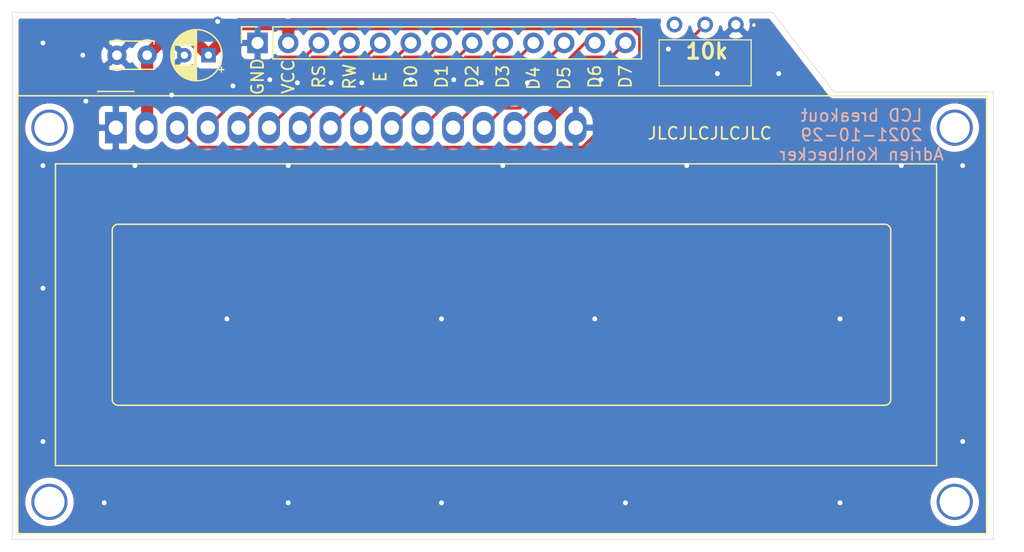
<source format=kicad_pcb>
(kicad_pcb (version 20171130) (host pcbnew "(5.1.10-1-10_14)")

  (general
    (thickness 1.6)
    (drawings 21)
    (tracks 107)
    (zones 0)
    (modules 5)
    (nets 16)
  )

  (page A4)
  (layers
    (0 F.Cu signal)
    (31 B.Cu signal)
    (32 B.Adhes user)
    (33 F.Adhes user)
    (34 B.Paste user)
    (35 F.Paste user)
    (36 B.SilkS user)
    (37 F.SilkS user)
    (38 B.Mask user)
    (39 F.Mask user)
    (40 Dwgs.User user)
    (41 Cmts.User user)
    (42 Eco1.User user)
    (43 Eco2.User user)
    (44 Edge.Cuts user)
    (45 Margin user)
    (46 B.CrtYd user)
    (47 F.CrtYd user)
    (48 B.Fab user hide)
    (49 F.Fab user hide)
  )

  (setup
    (last_trace_width 0.25)
    (user_trace_width 1)
    (trace_clearance 0.2)
    (zone_clearance 0.508)
    (zone_45_only no)
    (trace_min 0.2)
    (via_size 0.8)
    (via_drill 0.4)
    (via_min_size 0.4)
    (via_min_drill 0.3)
    (uvia_size 0.3)
    (uvia_drill 0.1)
    (uvias_allowed no)
    (uvia_min_size 0.2)
    (uvia_min_drill 0.1)
    (edge_width 0.05)
    (segment_width 0.2)
    (pcb_text_width 0.3)
    (pcb_text_size 1.5 1.5)
    (mod_edge_width 0.12)
    (mod_text_size 1 1)
    (mod_text_width 0.15)
    (pad_size 1.524 1.524)
    (pad_drill 0.762)
    (pad_to_mask_clearance 0)
    (aux_axis_origin 0 0)
    (visible_elements FFFFFF7F)
    (pcbplotparams
      (layerselection 0x010fc_ffffffff)
      (usegerberextensions true)
      (usegerberattributes false)
      (usegerberadvancedattributes false)
      (creategerberjobfile false)
      (excludeedgelayer true)
      (linewidth 0.100000)
      (plotframeref false)
      (viasonmask false)
      (mode 1)
      (useauxorigin false)
      (hpglpennumber 1)
      (hpglpenspeed 20)
      (hpglpendiameter 15.000000)
      (psnegative false)
      (psa4output false)
      (plotreference true)
      (plotvalue true)
      (plotinvisibletext false)
      (padsonsilk false)
      (subtractmaskfromsilk true)
      (outputformat 1)
      (mirror false)
      (drillshape 0)
      (scaleselection 1)
      (outputdirectory "gerber"))
  )

  (net 0 "")
  (net 1 GND)
  (net 2 VCC)
  (net 3 "Net-(DS1-Pad14)")
  (net 4 "Net-(DS1-Pad13)")
  (net 5 "Net-(DS1-Pad12)")
  (net 6 "Net-(DS1-Pad11)")
  (net 7 "Net-(DS1-Pad10)")
  (net 8 "Net-(DS1-Pad9)")
  (net 9 "Net-(DS1-Pad8)")
  (net 10 "Net-(DS1-Pad7)")
  (net 11 "Net-(DS1-Pad6)")
  (net 12 "Net-(DS1-Pad5)")
  (net 13 "Net-(DS1-Pad4)")
  (net 14 "Net-(DS1-Pad3)")
  (net 15 "Net-(RV1-Pad3)")

  (net_class Default "This is the default net class."
    (clearance 0.2)
    (trace_width 0.25)
    (via_dia 0.8)
    (via_drill 0.4)
    (uvia_dia 0.3)
    (uvia_drill 0.1)
    (add_net GND)
    (add_net "Net-(DS1-Pad10)")
    (add_net "Net-(DS1-Pad11)")
    (add_net "Net-(DS1-Pad12)")
    (add_net "Net-(DS1-Pad13)")
    (add_net "Net-(DS1-Pad14)")
    (add_net "Net-(DS1-Pad3)")
    (add_net "Net-(DS1-Pad4)")
    (add_net "Net-(DS1-Pad5)")
    (add_net "Net-(DS1-Pad6)")
    (add_net "Net-(DS1-Pad7)")
    (add_net "Net-(DS1-Pad8)")
    (add_net "Net-(DS1-Pad9)")
    (add_net "Net-(RV1-Pad3)")
    (add_net VCC)
  )

  (module Capacitor_THT:CP_Radial_D4.0mm_P2.00mm (layer F.Cu) (tedit 5AE50EF0) (tstamp 617C57DA)
    (at 112.776 92.456 180)
    (descr "CP, Radial series, Radial, pin pitch=2.00mm, , diameter=4mm, Electrolytic Capacitor")
    (tags "CP Radial series Radial pin pitch 2.00mm  diameter 4mm Electrolytic Capacitor")
    (path /617E6DFD)
    (fp_text reference C1 (at -1.524 -2.54) (layer F.SilkS) hide
      (effects (font (size 1 1) (thickness 0.15)))
    )
    (fp_text value 10uF (at 1 3.25) (layer F.Fab)
      (effects (font (size 1 1) (thickness 0.15)))
    )
    (fp_circle (center 1 0) (end 3 0) (layer F.Fab) (width 0.1))
    (fp_circle (center 1 0) (end 3.12 0) (layer F.SilkS) (width 0.12))
    (fp_circle (center 1 0) (end 3.25 0) (layer F.CrtYd) (width 0.05))
    (fp_line (start -0.702554 -0.8675) (end -0.302554 -0.8675) (layer F.Fab) (width 0.1))
    (fp_line (start -0.502554 -1.0675) (end -0.502554 -0.6675) (layer F.Fab) (width 0.1))
    (fp_line (start 1 -2.08) (end 1 2.08) (layer F.SilkS) (width 0.12))
    (fp_line (start 1.04 -2.08) (end 1.04 2.08) (layer F.SilkS) (width 0.12))
    (fp_line (start 1.08 -2.079) (end 1.08 2.079) (layer F.SilkS) (width 0.12))
    (fp_line (start 1.12 -2.077) (end 1.12 2.077) (layer F.SilkS) (width 0.12))
    (fp_line (start 1.16 -2.074) (end 1.16 2.074) (layer F.SilkS) (width 0.12))
    (fp_line (start 1.2 -2.071) (end 1.2 -0.84) (layer F.SilkS) (width 0.12))
    (fp_line (start 1.2 0.84) (end 1.2 2.071) (layer F.SilkS) (width 0.12))
    (fp_line (start 1.24 -2.067) (end 1.24 -0.84) (layer F.SilkS) (width 0.12))
    (fp_line (start 1.24 0.84) (end 1.24 2.067) (layer F.SilkS) (width 0.12))
    (fp_line (start 1.28 -2.062) (end 1.28 -0.84) (layer F.SilkS) (width 0.12))
    (fp_line (start 1.28 0.84) (end 1.28 2.062) (layer F.SilkS) (width 0.12))
    (fp_line (start 1.32 -2.056) (end 1.32 -0.84) (layer F.SilkS) (width 0.12))
    (fp_line (start 1.32 0.84) (end 1.32 2.056) (layer F.SilkS) (width 0.12))
    (fp_line (start 1.36 -2.05) (end 1.36 -0.84) (layer F.SilkS) (width 0.12))
    (fp_line (start 1.36 0.84) (end 1.36 2.05) (layer F.SilkS) (width 0.12))
    (fp_line (start 1.4 -2.042) (end 1.4 -0.84) (layer F.SilkS) (width 0.12))
    (fp_line (start 1.4 0.84) (end 1.4 2.042) (layer F.SilkS) (width 0.12))
    (fp_line (start 1.44 -2.034) (end 1.44 -0.84) (layer F.SilkS) (width 0.12))
    (fp_line (start 1.44 0.84) (end 1.44 2.034) (layer F.SilkS) (width 0.12))
    (fp_line (start 1.48 -2.025) (end 1.48 -0.84) (layer F.SilkS) (width 0.12))
    (fp_line (start 1.48 0.84) (end 1.48 2.025) (layer F.SilkS) (width 0.12))
    (fp_line (start 1.52 -2.016) (end 1.52 -0.84) (layer F.SilkS) (width 0.12))
    (fp_line (start 1.52 0.84) (end 1.52 2.016) (layer F.SilkS) (width 0.12))
    (fp_line (start 1.56 -2.005) (end 1.56 -0.84) (layer F.SilkS) (width 0.12))
    (fp_line (start 1.56 0.84) (end 1.56 2.005) (layer F.SilkS) (width 0.12))
    (fp_line (start 1.6 -1.994) (end 1.6 -0.84) (layer F.SilkS) (width 0.12))
    (fp_line (start 1.6 0.84) (end 1.6 1.994) (layer F.SilkS) (width 0.12))
    (fp_line (start 1.64 -1.982) (end 1.64 -0.84) (layer F.SilkS) (width 0.12))
    (fp_line (start 1.64 0.84) (end 1.64 1.982) (layer F.SilkS) (width 0.12))
    (fp_line (start 1.68 -1.968) (end 1.68 -0.84) (layer F.SilkS) (width 0.12))
    (fp_line (start 1.68 0.84) (end 1.68 1.968) (layer F.SilkS) (width 0.12))
    (fp_line (start 1.721 -1.954) (end 1.721 -0.84) (layer F.SilkS) (width 0.12))
    (fp_line (start 1.721 0.84) (end 1.721 1.954) (layer F.SilkS) (width 0.12))
    (fp_line (start 1.761 -1.94) (end 1.761 -0.84) (layer F.SilkS) (width 0.12))
    (fp_line (start 1.761 0.84) (end 1.761 1.94) (layer F.SilkS) (width 0.12))
    (fp_line (start 1.801 -1.924) (end 1.801 -0.84) (layer F.SilkS) (width 0.12))
    (fp_line (start 1.801 0.84) (end 1.801 1.924) (layer F.SilkS) (width 0.12))
    (fp_line (start 1.841 -1.907) (end 1.841 -0.84) (layer F.SilkS) (width 0.12))
    (fp_line (start 1.841 0.84) (end 1.841 1.907) (layer F.SilkS) (width 0.12))
    (fp_line (start 1.881 -1.889) (end 1.881 -0.84) (layer F.SilkS) (width 0.12))
    (fp_line (start 1.881 0.84) (end 1.881 1.889) (layer F.SilkS) (width 0.12))
    (fp_line (start 1.921 -1.87) (end 1.921 -0.84) (layer F.SilkS) (width 0.12))
    (fp_line (start 1.921 0.84) (end 1.921 1.87) (layer F.SilkS) (width 0.12))
    (fp_line (start 1.961 -1.851) (end 1.961 -0.84) (layer F.SilkS) (width 0.12))
    (fp_line (start 1.961 0.84) (end 1.961 1.851) (layer F.SilkS) (width 0.12))
    (fp_line (start 2.001 -1.83) (end 2.001 -0.84) (layer F.SilkS) (width 0.12))
    (fp_line (start 2.001 0.84) (end 2.001 1.83) (layer F.SilkS) (width 0.12))
    (fp_line (start 2.041 -1.808) (end 2.041 -0.84) (layer F.SilkS) (width 0.12))
    (fp_line (start 2.041 0.84) (end 2.041 1.808) (layer F.SilkS) (width 0.12))
    (fp_line (start 2.081 -1.785) (end 2.081 -0.84) (layer F.SilkS) (width 0.12))
    (fp_line (start 2.081 0.84) (end 2.081 1.785) (layer F.SilkS) (width 0.12))
    (fp_line (start 2.121 -1.76) (end 2.121 -0.84) (layer F.SilkS) (width 0.12))
    (fp_line (start 2.121 0.84) (end 2.121 1.76) (layer F.SilkS) (width 0.12))
    (fp_line (start 2.161 -1.735) (end 2.161 -0.84) (layer F.SilkS) (width 0.12))
    (fp_line (start 2.161 0.84) (end 2.161 1.735) (layer F.SilkS) (width 0.12))
    (fp_line (start 2.201 -1.708) (end 2.201 -0.84) (layer F.SilkS) (width 0.12))
    (fp_line (start 2.201 0.84) (end 2.201 1.708) (layer F.SilkS) (width 0.12))
    (fp_line (start 2.241 -1.68) (end 2.241 -0.84) (layer F.SilkS) (width 0.12))
    (fp_line (start 2.241 0.84) (end 2.241 1.68) (layer F.SilkS) (width 0.12))
    (fp_line (start 2.281 -1.65) (end 2.281 -0.84) (layer F.SilkS) (width 0.12))
    (fp_line (start 2.281 0.84) (end 2.281 1.65) (layer F.SilkS) (width 0.12))
    (fp_line (start 2.321 -1.619) (end 2.321 -0.84) (layer F.SilkS) (width 0.12))
    (fp_line (start 2.321 0.84) (end 2.321 1.619) (layer F.SilkS) (width 0.12))
    (fp_line (start 2.361 -1.587) (end 2.361 -0.84) (layer F.SilkS) (width 0.12))
    (fp_line (start 2.361 0.84) (end 2.361 1.587) (layer F.SilkS) (width 0.12))
    (fp_line (start 2.401 -1.552) (end 2.401 -0.84) (layer F.SilkS) (width 0.12))
    (fp_line (start 2.401 0.84) (end 2.401 1.552) (layer F.SilkS) (width 0.12))
    (fp_line (start 2.441 -1.516) (end 2.441 -0.84) (layer F.SilkS) (width 0.12))
    (fp_line (start 2.441 0.84) (end 2.441 1.516) (layer F.SilkS) (width 0.12))
    (fp_line (start 2.481 -1.478) (end 2.481 -0.84) (layer F.SilkS) (width 0.12))
    (fp_line (start 2.481 0.84) (end 2.481 1.478) (layer F.SilkS) (width 0.12))
    (fp_line (start 2.521 -1.438) (end 2.521 -0.84) (layer F.SilkS) (width 0.12))
    (fp_line (start 2.521 0.84) (end 2.521 1.438) (layer F.SilkS) (width 0.12))
    (fp_line (start 2.561 -1.396) (end 2.561 -0.84) (layer F.SilkS) (width 0.12))
    (fp_line (start 2.561 0.84) (end 2.561 1.396) (layer F.SilkS) (width 0.12))
    (fp_line (start 2.601 -1.351) (end 2.601 -0.84) (layer F.SilkS) (width 0.12))
    (fp_line (start 2.601 0.84) (end 2.601 1.351) (layer F.SilkS) (width 0.12))
    (fp_line (start 2.641 -1.304) (end 2.641 -0.84) (layer F.SilkS) (width 0.12))
    (fp_line (start 2.641 0.84) (end 2.641 1.304) (layer F.SilkS) (width 0.12))
    (fp_line (start 2.681 -1.254) (end 2.681 -0.84) (layer F.SilkS) (width 0.12))
    (fp_line (start 2.681 0.84) (end 2.681 1.254) (layer F.SilkS) (width 0.12))
    (fp_line (start 2.721 -1.2) (end 2.721 -0.84) (layer F.SilkS) (width 0.12))
    (fp_line (start 2.721 0.84) (end 2.721 1.2) (layer F.SilkS) (width 0.12))
    (fp_line (start 2.761 -1.142) (end 2.761 -0.84) (layer F.SilkS) (width 0.12))
    (fp_line (start 2.761 0.84) (end 2.761 1.142) (layer F.SilkS) (width 0.12))
    (fp_line (start 2.801 -1.08) (end 2.801 -0.84) (layer F.SilkS) (width 0.12))
    (fp_line (start 2.801 0.84) (end 2.801 1.08) (layer F.SilkS) (width 0.12))
    (fp_line (start 2.841 -1.013) (end 2.841 1.013) (layer F.SilkS) (width 0.12))
    (fp_line (start 2.881 -0.94) (end 2.881 0.94) (layer F.SilkS) (width 0.12))
    (fp_line (start 2.921 -0.859) (end 2.921 0.859) (layer F.SilkS) (width 0.12))
    (fp_line (start 2.961 -0.768) (end 2.961 0.768) (layer F.SilkS) (width 0.12))
    (fp_line (start 3.001 -0.664) (end 3.001 0.664) (layer F.SilkS) (width 0.12))
    (fp_line (start 3.041 -0.537) (end 3.041 0.537) (layer F.SilkS) (width 0.12))
    (fp_line (start 3.081 -0.37) (end 3.081 0.37) (layer F.SilkS) (width 0.12))
    (fp_line (start -1.269801 -1.195) (end -0.869801 -1.195) (layer F.SilkS) (width 0.12))
    (fp_line (start -1.069801 -1.395) (end -1.069801 -0.995) (layer F.SilkS) (width 0.12))
    (fp_text user %R (at 1 0) (layer F.Fab)
      (effects (font (size 0.8 0.8) (thickness 0.12)))
    )
    (pad 1 thru_hole rect (at 0 0 180) (size 1.2 1.2) (drill 0.6) (layers *.Cu *.Mask)
      (net 2 VCC))
    (pad 2 thru_hole circle (at 2 0 180) (size 1.2 1.2) (drill 0.6) (layers *.Cu *.Mask)
      (net 1 GND))
    (model ${KISYS3DMOD}/Capacitor_THT.3dshapes/CP_Radial_D4.0mm_P2.00mm.wrl
      (at (xyz 0 0 0))
      (scale (xyz 1 1 1))
      (rotate (xyz 0 0 0))
    )
  )

  (module lcd:3352W1502LF (layer F.Cu) (tedit 0) (tstamp 617C4CAE)
    (at 156.464 89.916 180)
    (descr 3352W-1-502LF-1)
    (tags "Variable Resistor")
    (path /617CD423)
    (fp_text reference RV1 (at 2.4 -2.214) (layer F.SilkS) hide
      (effects (font (size 1.27 1.27) (thickness 0.254)))
    )
    (fp_text value 10k (at 2.4 -2.214) (layer F.SilkS)
      (effects (font (size 1.27 1.27) (thickness 0.254)))
    )
    (fp_line (start -1.5 0) (end -1.5 0) (layer F.SilkS) (width 0.2))
    (fp_line (start -1.5 -0.1) (end -1.5 -0.1) (layer F.SilkS) (width 0.2))
    (fp_line (start -1.5 0) (end -1.5 0) (layer F.SilkS) (width 0.2))
    (fp_line (start -2.55 1.651) (end -2.55 -6.08) (layer F.CrtYd) (width 0.1))
    (fp_line (start 7.35 1.651) (end -2.55 1.651) (layer F.CrtYd) (width 0.1))
    (fp_line (start 7.35 -6.08) (end 7.35 1.651) (layer F.CrtYd) (width 0.1))
    (fp_line (start -2.55 -6.08) (end 7.35 -6.08) (layer F.CrtYd) (width 0.1))
    (fp_line (start -1.27 -5.08) (end -1.27 -1.27) (layer F.SilkS) (width 0.1))
    (fp_line (start 6.35 -5.08) (end -1.27 -5.08) (layer F.SilkS) (width 0.1))
    (fp_line (start 6.35 -1.27) (end 6.35 -5.08) (layer F.SilkS) (width 0.1))
    (fp_line (start -1.27 -1.27) (end 6.35 -1.27) (layer F.SilkS) (width 0.1))
    (fp_line (start -1.27 -5.08) (end -1.27 -1.27) (layer F.Fab) (width 0.2))
    (fp_line (start 6.35 -5.08) (end -1.27 -5.08) (layer F.Fab) (width 0.2))
    (fp_line (start 6.35 -1.27) (end 6.35 -5.08) (layer F.Fab) (width 0.2))
    (fp_line (start -1.27 -1.27) (end 6.35 -1.27) (layer F.Fab) (width 0.2))
    (fp_text user %R (at 2.4 -2.214) (layer F.Fab)
      (effects (font (size 1.27 1.27) (thickness 0.254)))
    )
    (fp_arc (start -1.5 -0.05) (end -1.5 0) (angle -180) (layer F.SilkS) (width 0.2))
    (fp_arc (start -1.5 -0.05) (end -1.5 -0.1) (angle -180) (layer F.SilkS) (width 0.2))
    (fp_arc (start -1.5 -0.05) (end -1.5 0) (angle -180) (layer F.SilkS) (width 0.2))
    (pad 1 thru_hole circle (at 0 0 180) (size 1.303 1.303) (drill 0.76) (layers *.Cu *.Mask)
      (net 1 GND))
    (pad 2 thru_hole circle (at 2.54 0 180) (size 1.303 1.303) (drill 0.76) (layers *.Cu *.Mask)
      (net 14 "Net-(DS1-Pad3)"))
    (pad 3 thru_hole circle (at 5.08 0 180) (size 1.303 1.303) (drill 0.76) (layers *.Cu *.Mask)
      (net 15 "Net-(RV1-Pad3)"))
    (model 3352W-1-502LF.stp
      (at (xyz 0 0 0))
      (scale (xyz 1 1 1))
      (rotate (xyz 0 0 0))
    )
  )

  (module Connector_PinSocket_2.54mm:PinSocket_1x13_P2.54mm_Vertical (layer F.Cu) (tedit 5A19A421) (tstamp 617C4C94)
    (at 116.84 91.44 90)
    (descr "Through hole straight socket strip, 1x13, 2.54mm pitch, single row (from Kicad 4.0.7), script generated")
    (tags "Through hole socket strip THT 1x13 2.54mm single row")
    (path /617C1EB8)
    (fp_text reference J1 (at 2.54 -0.508 180) (layer F.SilkS) hide
      (effects (font (size 1 1) (thickness 0.15)))
    )
    (fp_text value Conn_01x13 (at 0 33.25 90) (layer F.Fab)
      (effects (font (size 1 1) (thickness 0.15)))
    )
    (fp_line (start -1.8 32.25) (end -1.8 -1.8) (layer F.CrtYd) (width 0.05))
    (fp_line (start 1.75 32.25) (end -1.8 32.25) (layer F.CrtYd) (width 0.05))
    (fp_line (start 1.75 -1.8) (end 1.75 32.25) (layer F.CrtYd) (width 0.05))
    (fp_line (start -1.8 -1.8) (end 1.75 -1.8) (layer F.CrtYd) (width 0.05))
    (fp_line (start 0 -1.33) (end 1.33 -1.33) (layer F.SilkS) (width 0.12))
    (fp_line (start 1.33 -1.33) (end 1.33 0) (layer F.SilkS) (width 0.12))
    (fp_line (start 1.33 1.27) (end 1.33 31.81) (layer F.SilkS) (width 0.12))
    (fp_line (start -1.33 31.81) (end 1.33 31.81) (layer F.SilkS) (width 0.12))
    (fp_line (start -1.33 1.27) (end -1.33 31.81) (layer F.SilkS) (width 0.12))
    (fp_line (start -1.33 1.27) (end 1.33 1.27) (layer F.SilkS) (width 0.12))
    (fp_line (start -1.27 31.75) (end -1.27 -1.27) (layer F.Fab) (width 0.1))
    (fp_line (start 1.27 31.75) (end -1.27 31.75) (layer F.Fab) (width 0.1))
    (fp_line (start 1.27 -0.635) (end 1.27 31.75) (layer F.Fab) (width 0.1))
    (fp_line (start 0.635 -1.27) (end 1.27 -0.635) (layer F.Fab) (width 0.1))
    (fp_line (start -1.27 -1.27) (end 0.635 -1.27) (layer F.Fab) (width 0.1))
    (fp_text user %R (at 0 15.24) (layer F.Fab)
      (effects (font (size 1 1) (thickness 0.15)))
    )
    (pad 13 thru_hole oval (at 0 30.48 90) (size 1.7 1.7) (drill 1) (layers *.Cu *.Mask)
      (net 3 "Net-(DS1-Pad14)"))
    (pad 12 thru_hole oval (at 0 27.94 90) (size 1.7 1.7) (drill 1) (layers *.Cu *.Mask)
      (net 4 "Net-(DS1-Pad13)"))
    (pad 11 thru_hole oval (at 0 25.4 90) (size 1.7 1.7) (drill 1) (layers *.Cu *.Mask)
      (net 5 "Net-(DS1-Pad12)"))
    (pad 10 thru_hole oval (at 0 22.86 90) (size 1.7 1.7) (drill 1) (layers *.Cu *.Mask)
      (net 6 "Net-(DS1-Pad11)"))
    (pad 9 thru_hole oval (at 0 20.32 90) (size 1.7 1.7) (drill 1) (layers *.Cu *.Mask)
      (net 7 "Net-(DS1-Pad10)"))
    (pad 8 thru_hole oval (at 0 17.78 90) (size 1.7 1.7) (drill 1) (layers *.Cu *.Mask)
      (net 8 "Net-(DS1-Pad9)"))
    (pad 7 thru_hole oval (at 0 15.24 90) (size 1.7 1.7) (drill 1) (layers *.Cu *.Mask)
      (net 9 "Net-(DS1-Pad8)"))
    (pad 6 thru_hole oval (at 0 12.7 90) (size 1.7 1.7) (drill 1) (layers *.Cu *.Mask)
      (net 10 "Net-(DS1-Pad7)"))
    (pad 5 thru_hole oval (at 0 10.16 90) (size 1.7 1.7) (drill 1) (layers *.Cu *.Mask)
      (net 11 "Net-(DS1-Pad6)"))
    (pad 4 thru_hole oval (at 0 7.62 90) (size 1.7 1.7) (drill 1) (layers *.Cu *.Mask)
      (net 12 "Net-(DS1-Pad5)"))
    (pad 3 thru_hole oval (at 0 5.08 90) (size 1.7 1.7) (drill 1) (layers *.Cu *.Mask)
      (net 13 "Net-(DS1-Pad4)"))
    (pad 2 thru_hole oval (at 0 2.54 90) (size 1.7 1.7) (drill 1) (layers *.Cu *.Mask)
      (net 2 VCC))
    (pad 1 thru_hole rect (at 0 0 90) (size 1.7 1.7) (drill 1) (layers *.Cu *.Mask)
      (net 1 GND))
    (model ${KISYS3DMOD}/Connector_PinSocket_2.54mm.3dshapes/PinSocket_1x13_P2.54mm_Vertical.wrl
      (at (xyz 0 0 0))
      (scale (xyz 1 1 1))
      (rotate (xyz 0 0 0))
    )
  )

  (module Display:WC1602A (layer F.Cu) (tedit 5A02FE80) (tstamp 617C521D)
    (at 105.101 98.461)
    (descr "LCD 16x2 http://www.wincomlcd.com/pdf/WC1602A-SFYLYHTC06.pdf")
    (tags "LCD 16x2 Alphanumeric 16pin")
    (path /617BDF07)
    (fp_text reference DS1 (at -6.549 -3.465) (layer F.SilkS) hide
      (effects (font (size 1 1) (thickness 0.15)))
    )
    (fp_text value WC1602A (at -4.31 34.66) (layer F.Fab)
      (effects (font (size 1 1) (thickness 0.15)))
    )
    (fp_line (start -8 33.5) (end -8 -2.5) (layer F.Fab) (width 0.1))
    (fp_line (start 72 33.5) (end -8 33.5) (layer F.Fab) (width 0.1))
    (fp_line (start 72 -2.5) (end 72 33.5) (layer F.Fab) (width 0.1))
    (fp_line (start 1 -2.5) (end 72 -2.5) (layer F.Fab) (width 0.1))
    (fp_line (start -5 28) (end -5 3) (layer F.SilkS) (width 0.12))
    (fp_line (start 68 28) (end -5 28) (layer F.SilkS) (width 0.12))
    (fp_line (start 68 3) (end 68 28) (layer F.SilkS) (width 0.12))
    (fp_line (start -5 3) (end 68 3) (layer F.SilkS) (width 0.12))
    (fp_line (start 64.2 8.5) (end 64.2 22.5) (layer F.SilkS) (width 0.12))
    (fp_line (start 63.70066 23) (end 0.2 23) (layer F.SilkS) (width 0.12))
    (fp_line (start -0.29972 22.49932) (end -0.29972 8.5) (layer F.SilkS) (width 0.12))
    (fp_line (start 0.2 8) (end 63.7 8) (layer F.SilkS) (width 0.12))
    (fp_line (start -1 -2.5) (end -8 -2.5) (layer F.Fab) (width 0.1))
    (fp_line (start 0 -1.5) (end -1 -2.5) (layer F.Fab) (width 0.1))
    (fp_line (start 1 -2.5) (end 0 -1.5) (layer F.Fab) (width 0.1))
    (fp_line (start -8.25 -2.75) (end 72.25 -2.75) (layer F.CrtYd) (width 0.05))
    (fp_line (start -1.5 -3) (end 1.5 -3) (layer F.SilkS) (width 0.12))
    (fp_line (start 72.25 -2.75) (end 72.25 33.75) (layer F.CrtYd) (width 0.05))
    (fp_line (start -8.25 33.75) (end 72.25 33.75) (layer F.CrtYd) (width 0.05))
    (fp_line (start -8.25 -2.75) (end -8.25 33.75) (layer F.CrtYd) (width 0.05))
    (fp_line (start -8.13 -2.64) (end -7.34 -2.64) (layer F.SilkS) (width 0.12))
    (fp_line (start -8.14 -2.64) (end -8.14 33.64) (layer F.SilkS) (width 0.12))
    (fp_line (start 72.14 -2.64) (end -7.34 -2.64) (layer F.SilkS) (width 0.12))
    (fp_line (start 72.14 33.64) (end 72.14 -2.64) (layer F.SilkS) (width 0.12))
    (fp_line (start -8.14 33.64) (end 72.14 33.64) (layer F.SilkS) (width 0.12))
    (fp_arc (start 0.20066 8.49884) (end -0.29972 8.49884) (angle 90) (layer F.SilkS) (width 0.12))
    (fp_arc (start 0.20066 22.49932) (end 0.20066 22.9997) (angle 90) (layer F.SilkS) (width 0.12))
    (fp_arc (start 63.70066 22.49932) (end 64.20104 22.49932) (angle 90) (layer F.SilkS) (width 0.12))
    (fp_arc (start 63.7 8.5) (end 63.7 8) (angle 90) (layer F.SilkS) (width 0.12))
    (fp_text user %R (at 30.37 14.74) (layer F.Fab)
      (effects (font (size 1 1) (thickness 0.1)))
    )
    (pad "" thru_hole circle (at 69.5 0) (size 3 3) (drill 2.5) (layers *.Cu *.Mask))
    (pad "" thru_hole circle (at 69.49948 31.0007) (size 3 3) (drill 2.5) (layers *.Cu *.Mask))
    (pad "" thru_hole circle (at -5.4991 31.0007) (size 3 3) (drill 2.5) (layers *.Cu *.Mask))
    (pad "" thru_hole circle (at -5.4991 0) (size 3 3) (drill 2.5) (layers *.Cu *.Mask))
    (pad 16 thru_hole oval (at 38.1 0) (size 1.8 2.6) (drill 1.2) (layers *.Cu *.Mask)
      (net 1 GND))
    (pad 15 thru_hole oval (at 35.56 0) (size 1.8 2.6) (drill 1.2) (layers *.Cu *.Mask)
      (net 2 VCC))
    (pad 14 thru_hole oval (at 33.02 0) (size 1.8 2.6) (drill 1.2) (layers *.Cu *.Mask)
      (net 3 "Net-(DS1-Pad14)"))
    (pad 13 thru_hole oval (at 30.48 0) (size 1.8 2.6) (drill 1.2) (layers *.Cu *.Mask)
      (net 4 "Net-(DS1-Pad13)"))
    (pad 12 thru_hole oval (at 27.94 0) (size 1.8 2.6) (drill 1.2) (layers *.Cu *.Mask)
      (net 5 "Net-(DS1-Pad12)"))
    (pad 11 thru_hole oval (at 25.4 0) (size 1.8 2.6) (drill 1.2) (layers *.Cu *.Mask)
      (net 6 "Net-(DS1-Pad11)"))
    (pad 10 thru_hole oval (at 22.86 0) (size 1.8 2.6) (drill 1.2) (layers *.Cu *.Mask)
      (net 7 "Net-(DS1-Pad10)"))
    (pad 9 thru_hole oval (at 20.32 0) (size 1.8 2.6) (drill 1.2) (layers *.Cu *.Mask)
      (net 8 "Net-(DS1-Pad9)"))
    (pad 8 thru_hole oval (at 17.78 0) (size 1.8 2.6) (drill 1.2) (layers *.Cu *.Mask)
      (net 9 "Net-(DS1-Pad8)"))
    (pad 7 thru_hole oval (at 15.24 0) (size 1.8 2.6) (drill 1.2) (layers *.Cu *.Mask)
      (net 10 "Net-(DS1-Pad7)"))
    (pad 6 thru_hole oval (at 12.7 0) (size 1.8 2.6) (drill 1.2) (layers *.Cu *.Mask)
      (net 11 "Net-(DS1-Pad6)"))
    (pad 5 thru_hole oval (at 10.16 0) (size 1.8 2.6) (drill 1.2) (layers *.Cu *.Mask)
      (net 12 "Net-(DS1-Pad5)"))
    (pad 4 thru_hole oval (at 7.62 0) (size 1.8 2.6) (drill 1.2) (layers *.Cu *.Mask)
      (net 13 "Net-(DS1-Pad4)"))
    (pad 3 thru_hole oval (at 5.08 0) (size 1.8 2.6) (drill 1.2) (layers *.Cu *.Mask)
      (net 14 "Net-(DS1-Pad3)"))
    (pad 2 thru_hole oval (at 2.54 0) (size 1.8 2.6) (drill 1.2) (layers *.Cu *.Mask)
      (net 2 VCC))
    (pad 1 thru_hole rect (at 0 0) (size 1.8 2.6) (drill 1.2) (layers *.Cu *.Mask)
      (net 1 GND))
    (model ${KISYS3DMOD}/Display.3dshapes/WC1602A.wrl
      (at (xyz 0 0 0))
      (scale (xyz 1 1 1))
      (rotate (xyz 0 0 0))
    )
  )

  (module Capacitor_THT:C_Disc_D3.4mm_W2.1mm_P2.50mm (layer F.Cu) (tedit 5AE50EF0) (tstamp 617C4C3D)
    (at 107.696 92.456 180)
    (descr "C, Disc series, Radial, pin pitch=2.50mm, , diameter*width=3.4*2.1mm^2, Capacitor, http://www.vishay.com/docs/45233/krseries.pdf")
    (tags "C Disc series Radial pin pitch 2.50mm  diameter 3.4mm width 2.1mm Capacitor")
    (path /617BF91A)
    (fp_text reference C2 (at 1.25 -2.3) (layer F.SilkS) hide
      (effects (font (size 1 1) (thickness 0.15)))
    )
    (fp_text value 100nF (at 1.25 2.3) (layer F.Fab)
      (effects (font (size 1 1) (thickness 0.15)))
    )
    (fp_line (start 3.55 -1.3) (end -1.05 -1.3) (layer F.CrtYd) (width 0.05))
    (fp_line (start 3.55 1.3) (end 3.55 -1.3) (layer F.CrtYd) (width 0.05))
    (fp_line (start -1.05 1.3) (end 3.55 1.3) (layer F.CrtYd) (width 0.05))
    (fp_line (start -1.05 -1.3) (end -1.05 1.3) (layer F.CrtYd) (width 0.05))
    (fp_line (start 3.07 0.925) (end 3.07 1.17) (layer F.SilkS) (width 0.12))
    (fp_line (start 3.07 -1.17) (end 3.07 -0.925) (layer F.SilkS) (width 0.12))
    (fp_line (start -0.57 0.925) (end -0.57 1.17) (layer F.SilkS) (width 0.12))
    (fp_line (start -0.57 -1.17) (end -0.57 -0.925) (layer F.SilkS) (width 0.12))
    (fp_line (start -0.57 1.17) (end 3.07 1.17) (layer F.SilkS) (width 0.12))
    (fp_line (start -0.57 -1.17) (end 3.07 -1.17) (layer F.SilkS) (width 0.12))
    (fp_line (start 2.95 -1.05) (end -0.45 -1.05) (layer F.Fab) (width 0.1))
    (fp_line (start 2.95 1.05) (end 2.95 -1.05) (layer F.Fab) (width 0.1))
    (fp_line (start -0.45 1.05) (end 2.95 1.05) (layer F.Fab) (width 0.1))
    (fp_line (start -0.45 -1.05) (end -0.45 1.05) (layer F.Fab) (width 0.1))
    (fp_text user %R (at 1.25 0) (layer F.Fab)
      (effects (font (size 0.68 0.68) (thickness 0.102)))
    )
    (pad 2 thru_hole circle (at 2.5 0 180) (size 1.6 1.6) (drill 0.8) (layers *.Cu *.Mask)
      (net 1 GND))
    (pad 1 thru_hole circle (at 0 0 180) (size 1.6 1.6) (drill 0.8) (layers *.Cu *.Mask)
      (net 2 VCC))
    (model ${KISYS3DMOD}/Capacitor_THT.3dshapes/C_Disc_D3.4mm_W2.1mm_P2.50mm.wrl
      (at (xyz 0 0 0))
      (scale (xyz 1 1 1))
      (rotate (xyz 0 0 0))
    )
  )

  (gr_text D7 (at 147.32 94.234 90) (layer F.SilkS)
    (effects (font (size 1 1) (thickness 0.15)))
  )
  (gr_text D6 (at 144.78 94.234 90) (layer F.SilkS)
    (effects (font (size 1 1) (thickness 0.15)))
  )
  (gr_text D5 (at 142.24 94.361 90) (layer F.SilkS)
    (effects (font (size 1 1) (thickness 0.15)))
  )
  (gr_text D4 (at 139.7 94.361 90) (layer F.SilkS)
    (effects (font (size 1 1) (thickness 0.15)))
  )
  (gr_text D3 (at 137.16 94.234 90) (layer F.SilkS)
    (effects (font (size 1 1) (thickness 0.15)))
  )
  (gr_text D2 (at 134.62 94.234 90) (layer F.SilkS)
    (effects (font (size 1 1) (thickness 0.15)))
  )
  (gr_text D1 (at 132.08 94.234 90) (layer F.SilkS)
    (effects (font (size 1 1) (thickness 0.15)))
  )
  (gr_text D0 (at 129.54 94.234 90) (layer F.SilkS)
    (effects (font (size 1 1) (thickness 0.15)))
  )
  (gr_text E (at 127 94.234 90) (layer F.SilkS)
    (effects (font (size 1 1) (thickness 0.15)))
  )
  (gr_text RW (at 124.46 94.234 90) (layer F.SilkS)
    (effects (font (size 1 1) (thickness 0.15)))
  )
  (gr_text RS (at 121.92 94.234 90) (layer F.SilkS)
    (effects (font (size 1 1) (thickness 0.15)))
  )
  (gr_text VCC (at 119.38 94.234 90) (layer F.SilkS)
    (effects (font (size 1 1) (thickness 0.15)))
  )
  (gr_text GND (at 116.84 94.234 90) (layer F.SilkS)
    (effects (font (size 1 1) (thickness 0.15)))
  )
  (gr_text "LCD breakout\n2021-10-29\nAdrien Kohlbecker" (at 166.878 99.06) (layer B.SilkS)
    (effects (font (size 1 1) (thickness 0.15)) (justify mirror))
  )
  (gr_text JLCJLCJLCJLC (at 154.305 98.933) (layer F.SilkS)
    (effects (font (size 1 1) (thickness 0.15)))
  )
  (gr_line (start 164.592 95.504) (end 177.8 95.504) (layer Edge.Cuts) (width 0.05))
  (gr_line (start 159.512 88.9) (end 164.592 95.504) (layer Edge.Cuts) (width 0.05))
  (gr_line (start 177.8 132.588) (end 96.52 132.588) (layer Edge.Cuts) (width 0.05) (tstamp 617C5081))
  (gr_line (start 177.8 95.504) (end 177.8 132.588) (layer Edge.Cuts) (width 0.05))
  (gr_line (start 96.52 88.9) (end 159.512 88.9) (layer Edge.Cuts) (width 0.05))
  (gr_line (start 96.52 132.588) (end 96.52 88.9) (layer Edge.Cuts) (width 0.05))

  (via (at 175.26 101.6) (size 0.8) (drill 0.4) (layers F.Cu B.Cu) (net 1))
  (via (at 175.26 114.3) (size 0.8) (drill 0.4) (layers F.Cu B.Cu) (net 1))
  (via (at 175.26 124.46) (size 0.8) (drill 0.4) (layers F.Cu B.Cu) (net 1))
  (via (at 165.1 129.54) (size 0.8) (drill 0.4) (layers F.Cu B.Cu) (net 1))
  (via (at 147.32 129.54) (size 0.8) (drill 0.4) (layers F.Cu B.Cu) (net 1))
  (via (at 132.08 129.54) (size 0.8) (drill 0.4) (layers F.Cu B.Cu) (net 1))
  (via (at 119.38 129.54) (size 0.8) (drill 0.4) (layers F.Cu B.Cu) (net 1))
  (via (at 104.14 129.54) (size 0.8) (drill 0.4) (layers F.Cu B.Cu) (net 1))
  (via (at 99.06 124.46) (size 0.8) (drill 0.4) (layers F.Cu B.Cu) (net 1))
  (via (at 99.06 111.76) (size 0.8) (drill 0.4) (layers F.Cu B.Cu) (net 1))
  (via (at 99.06 101.6) (size 0.8) (drill 0.4) (layers F.Cu B.Cu) (net 1))
  (via (at 99.06 91.44) (size 0.8) (drill 0.4) (layers F.Cu B.Cu) (net 1))
  (via (at 160.02 93.98) (size 0.8) (drill 0.4) (layers F.Cu B.Cu) (net 1))
  (via (at 154.94 93.98) (size 0.8) (drill 0.4) (layers F.Cu B.Cu) (net 1))
  (via (at 106.68 101.6) (size 0.8) (drill 0.4) (layers F.Cu B.Cu) (net 1))
  (via (at 119.38 101.6) (size 0.8) (drill 0.4) (layers F.Cu B.Cu) (net 1))
  (via (at 137.16 101.6) (size 0.8) (drill 0.4) (layers F.Cu B.Cu) (net 1))
  (via (at 152.4 101.6) (size 0.8) (drill 0.4) (layers F.Cu B.Cu) (net 1))
  (via (at 170.18 101.6) (size 0.8) (drill 0.4) (layers F.Cu B.Cu) (net 1))
  (via (at 165.1 114.3) (size 0.8) (drill 0.4) (layers F.Cu B.Cu) (net 1))
  (via (at 144.78 114.3) (size 0.8) (drill 0.4) (layers F.Cu B.Cu) (net 1))
  (via (at 132.08 114.3) (size 0.8) (drill 0.4) (layers F.Cu B.Cu) (net 1))
  (via (at 114.3 114.3) (size 0.8) (drill 0.4) (layers F.Cu B.Cu) (net 1))
  (via (at 114.808 94.996) (size 0.8) (drill 0.4) (layers F.Cu B.Cu) (net 1))
  (via (at 113.538 89.662) (size 0.8) (drill 0.4) (layers F.Cu B.Cu) (net 1))
  (via (at 102.362 92.456) (size 0.8) (drill 0.4) (layers F.Cu B.Cu) (net 1))
  (via (at 102.616 96.266) (size 0.8) (drill 0.4) (layers F.Cu B.Cu) (net 1))
  (via (at 109.728 95.758) (size 0.8) (drill 0.4) (layers F.Cu B.Cu) (net 1))
  (via (at 145.288 94.488) (size 0.8) (drill 0.4) (layers F.Cu B.Cu) (net 1))
  (via (at 150.876 91.948) (size 0.8) (drill 0.4) (layers F.Cu B.Cu) (net 1))
  (via (at 117.856 94.488) (size 0.8) (drill 0.4) (layers F.Cu B.Cu) (net 1))
  (via (at 120.142 94.742) (size 0.8) (drill 0.4) (layers F.Cu B.Cu) (net 1))
  (via (at 122.936 94.742) (size 0.8) (drill 0.4) (layers F.Cu B.Cu) (net 1))
  (via (at 125.476 94.742) (size 0.8) (drill 0.4) (layers F.Cu B.Cu) (net 1))
  (via (at 129.54 94.488) (size 0.8) (drill 0.4) (layers F.Cu B.Cu) (net 1))
  (via (at 133.096 94.488) (size 0.8) (drill 0.4) (layers F.Cu B.Cu) (net 1))
  (via (at 135.382 94.742) (size 0.8) (drill 0.4) (layers F.Cu B.Cu) (net 1))
  (via (at 139.192 94.742) (size 0.8) (drill 0.4) (layers F.Cu B.Cu) (net 1))
  (segment (start 108.996001 91.155999) (end 107.696 92.456) (width 1) (layer F.Cu) (net 2))
  (segment (start 111.475999 91.155999) (end 108.996001 91.155999) (width 1) (layer F.Cu) (net 2))
  (segment (start 112.776 92.456) (end 111.475999 91.155999) (width 1) (layer F.Cu) (net 2))
  (segment (start 107.696 98.406) (end 107.641 98.461) (width 1) (layer F.Cu) (net 2))
  (segment (start 107.696 92.456) (end 107.696 98.406) (width 1) (layer F.Cu) (net 2))
  (segment (start 119.03208 89.889999) (end 115.342001 89.889999) (width 1) (layer F.Cu) (net 2))
  (segment (start 119.38 91.44) (end 119.38 90.237919) (width 1) (layer F.Cu) (net 2))
  (segment (start 119.38 90.237919) (end 119.03208 89.889999) (width 1) (layer F.Cu) (net 2))
  (segment (start 115.342001 89.889999) (end 112.776 92.456) (width 1) (layer F.Cu) (net 2))
  (segment (start 119.38 90.237919) (end 119.72792 89.889999) (width 1) (layer F.Cu) (net 2))
  (segment (start 142.561 96.161) (end 140.661 98.061) (width 1) (layer F.Cu) (net 2))
  (segment (start 119.72792 89.889999) (end 148.064001 89.889999) (width 1) (layer F.Cu) (net 2))
  (segment (start 148.870001 90.695999) (end 148.870001 93.803259) (width 1) (layer F.Cu) (net 2))
  (segment (start 140.661 98.061) (end 140.661 98.461) (width 1) (layer F.Cu) (net 2))
  (segment (start 148.064001 89.889999) (end 148.870001 90.695999) (width 1) (layer F.Cu) (net 2))
  (segment (start 148.870001 93.803259) (end 146.51226 96.161) (width 1) (layer F.Cu) (net 2))
  (segment (start 146.51226 96.161) (end 142.561 96.161) (width 1) (layer F.Cu) (net 2))
  (segment (start 143.966999 92.615001) (end 138.121 98.461) (width 0.25) (layer F.Cu) (net 3))
  (segment (start 146.144999 92.615001) (end 143.966999 92.615001) (width 0.25) (layer F.Cu) (net 3))
  (segment (start 147.32 91.44) (end 146.144999 92.615001) (width 0.25) (layer F.Cu) (net 3))
  (segment (start 138.583012 96.83599) (end 137.20601 96.83599) (width 0.25) (layer F.Cu) (net 4))
  (segment (start 143.979002 91.44) (end 138.583012 96.83599) (width 0.25) (layer F.Cu) (net 4))
  (segment (start 137.20601 96.83599) (end 135.581 98.461) (width 0.25) (layer F.Cu) (net 4))
  (segment (start 144.78 91.44) (end 143.979002 91.44) (width 0.25) (layer F.Cu) (net 4))
  (segment (start 140.614988 93.065012) (end 138.436988 93.065012) (width 0.25) (layer F.Cu) (net 5))
  (segment (start 142.24 91.44) (end 140.614988 93.065012) (width 0.25) (layer F.Cu) (net 5))
  (segment (start 138.436988 93.065012) (end 133.041 98.461) (width 0.25) (layer F.Cu) (net 5))
  (segment (start 139.7 91.44) (end 138.524999 92.615001) (width 0.25) (layer F.Cu) (net 6))
  (segment (start 135.896988 93.065012) (end 130.501 98.461) (width 0.25) (layer F.Cu) (net 6))
  (segment (start 136.621409 92.615001) (end 136.171399 93.065012) (width 0.25) (layer F.Cu) (net 6))
  (segment (start 138.524999 92.615001) (end 136.621409 92.615001) (width 0.25) (layer F.Cu) (net 6))
  (segment (start 136.171399 93.065012) (end 135.896988 93.065012) (width 0.25) (layer F.Cu) (net 6))
  (segment (start 137.16 91.44) (end 135.984999 92.615001) (width 0.25) (layer F.Cu) (net 7))
  (segment (start 135.984999 92.615001) (end 134.081409 92.615001) (width 0.25) (layer F.Cu) (net 7))
  (segment (start 134.081409 92.615001) (end 133.631399 93.065012) (width 0.25) (layer F.Cu) (net 7))
  (segment (start 133.631399 93.065012) (end 133.356988 93.065012) (width 0.25) (layer F.Cu) (net 7))
  (segment (start 133.356988 93.065012) (end 127.961 98.461) (width 0.25) (layer F.Cu) (net 7))
  (segment (start 133.444999 92.615001) (end 131.541409 92.615001) (width 0.25) (layer F.Cu) (net 8))
  (segment (start 131.541409 92.615001) (end 131.091399 93.065012) (width 0.25) (layer F.Cu) (net 8))
  (segment (start 129.266988 93.065012) (end 125.421 96.911) (width 0.25) (layer F.Cu) (net 8))
  (segment (start 125.421 96.911) (end 125.421 98.461) (width 0.25) (layer F.Cu) (net 8))
  (segment (start 131.091399 93.065012) (end 129.266988 93.065012) (width 0.25) (layer F.Cu) (net 8))
  (segment (start 134.62 91.44) (end 133.444999 92.615001) (width 0.25) (layer F.Cu) (net 8))
  (segment (start 132.08 91.44) (end 130.904999 92.615001) (width 0.25) (layer F.Cu) (net 9))
  (segment (start 130.904999 92.615001) (end 129.001409 92.615001) (width 0.25) (layer F.Cu) (net 9))
  (segment (start 128.276988 93.065012) (end 122.881 98.461) (width 0.25) (layer F.Cu) (net 9))
  (segment (start 129.001409 92.615001) (end 128.551399 93.065012) (width 0.25) (layer F.Cu) (net 9))
  (segment (start 128.551399 93.065012) (end 128.276988 93.065012) (width 0.25) (layer F.Cu) (net 9))
  (segment (start 125.736988 93.065012) (end 120.341 98.461) (width 0.25) (layer F.Cu) (net 10))
  (segment (start 128.364999 92.615001) (end 126.461409 92.615001) (width 0.25) (layer F.Cu) (net 10))
  (segment (start 129.54 91.44) (end 128.364999 92.615001) (width 0.25) (layer F.Cu) (net 10))
  (segment (start 126.461409 92.615001) (end 126.011399 93.065012) (width 0.25) (layer F.Cu) (net 10))
  (segment (start 126.011399 93.065012) (end 125.736988 93.065012) (width 0.25) (layer F.Cu) (net 10))
  (segment (start 123.196988 93.065012) (end 117.801 98.461) (width 0.25) (layer F.Cu) (net 11))
  (segment (start 123.471399 93.065012) (end 123.196988 93.065012) (width 0.25) (layer F.Cu) (net 11))
  (segment (start 127 91.44) (end 125.824999 92.615001) (width 0.25) (layer F.Cu) (net 11))
  (segment (start 125.824999 92.615001) (end 123.921409 92.615001) (width 0.25) (layer F.Cu) (net 11))
  (segment (start 123.921409 92.615001) (end 123.471399 93.065012) (width 0.25) (layer F.Cu) (net 11))
  (segment (start 120.202833 93.793577) (end 119.928423 93.793577) (width 0.25) (layer F.Cu) (net 12))
  (segment (start 124.46 91.44) (end 123.284999 92.615001) (width 0.25) (layer F.Cu) (net 12))
  (segment (start 119.928423 93.793577) (end 115.261 98.461) (width 0.25) (layer F.Cu) (net 12))
  (segment (start 123.284999 92.615001) (end 121.381409 92.615001) (width 0.25) (layer F.Cu) (net 12))
  (segment (start 121.381409 92.615001) (end 120.202833 93.793577) (width 0.25) (layer F.Cu) (net 12))
  (segment (start 120.744999 92.615001) (end 118.566999 92.615001) (width 0.25) (layer F.Cu) (net 13))
  (segment (start 121.92 91.44) (end 120.744999 92.615001) (width 0.25) (layer F.Cu) (net 13))
  (segment (start 118.566999 92.615001) (end 112.721 98.461) (width 0.25) (layer F.Cu) (net 13))
  (segment (start 111.80601 100.08601) (end 143.75399 100.08601) (width 0.25) (layer F.Cu) (net 14))
  (segment (start 143.75399 100.08601) (end 153.924 89.916) (width 0.25) (layer F.Cu) (net 14))
  (segment (start 110.181 98.461) (end 111.80601 100.08601) (width 0.25) (layer F.Cu) (net 14))

  (zone (net 1) (net_name GND) (layer F.Cu) (tstamp 61976C04) (hatch edge 0.508)
    (connect_pads (clearance 0.508))
    (min_thickness 0.254)
    (fill yes (arc_segments 32) (thermal_gap 0.508) (thermal_bridge_width 0.508))
    (polygon
      (pts
        (xy 179.324 133.096) (xy 95.504 133.604) (xy 95.504 88.392) (xy 180.34 88.392)
      )
    )
    (filled_polygon
      (pts
        (xy 112.776 90.850869) (xy 112.317995 90.392864) (xy 112.282448 90.34955) (xy 112.109622 90.207715) (xy 111.912446 90.102323)
        (xy 111.698498 90.037422) (xy 111.531751 90.020999) (xy 111.53175 90.020999) (xy 111.475999 90.015508) (xy 111.420248 90.020999)
        (xy 109.051752 90.020999) (xy 108.996 90.015508) (xy 108.940249 90.020999) (xy 108.773502 90.037422) (xy 108.559554 90.102323)
        (xy 108.362378 90.207715) (xy 108.189552 90.34955) (xy 108.154009 90.392859) (xy 107.518718 91.02815) (xy 107.277426 91.076147)
        (xy 107.016273 91.18432) (xy 106.781241 91.341363) (xy 106.581363 91.541241) (xy 106.447308 91.741869) (xy 106.432671 91.714486)
        (xy 106.188702 91.642903) (xy 105.375605 92.456) (xy 106.188702 93.269097) (xy 106.432671 93.197514) (xy 106.446324 93.168659)
        (xy 106.561 93.340284) (xy 106.561001 96.861628) (xy 106.531537 96.806506) (xy 106.452185 96.709815) (xy 106.355494 96.630463)
        (xy 106.24518 96.571498) (xy 106.125482 96.535188) (xy 106.001 96.522928) (xy 105.38675 96.526) (xy 105.228 96.68475)
        (xy 105.228 98.334) (xy 105.248 98.334) (xy 105.248 98.588) (xy 105.228 98.588) (xy 105.228 100.23725)
        (xy 105.38675 100.396) (xy 106.001 100.399072) (xy 106.125482 100.386812) (xy 106.24518 100.350502) (xy 106.355494 100.291537)
        (xy 106.452185 100.212185) (xy 106.531537 100.115494) (xy 106.590502 100.00518) (xy 106.595495 99.98872) (xy 106.784074 100.143481)
        (xy 107.05074 100.286017) (xy 107.340088 100.37379) (xy 107.641 100.403427) (xy 107.941913 100.37379) (xy 108.231261 100.286017)
        (xy 108.497927 100.143481) (xy 108.731661 99.951661) (xy 108.911 99.733135) (xy 109.090339 99.951661) (xy 109.324074 100.143481)
        (xy 109.59074 100.286017) (xy 109.880088 100.37379) (xy 110.181 100.403427) (xy 110.481913 100.37379) (xy 110.771261 100.286017)
        (xy 110.875499 100.230301) (xy 111.242211 100.597013) (xy 111.266009 100.626011) (xy 111.381734 100.720984) (xy 111.513763 100.791556)
        (xy 111.657024 100.835013) (xy 111.768677 100.84601) (xy 111.768686 100.84601) (xy 111.806009 100.849686) (xy 111.843332 100.84601)
        (xy 143.716668 100.84601) (xy 143.75399 100.849686) (xy 143.791312 100.84601) (xy 143.791323 100.84601) (xy 143.902976 100.835013)
        (xy 144.046237 100.791556) (xy 144.178266 100.720984) (xy 144.293991 100.626011) (xy 144.317794 100.597007) (xy 146.66408 98.250721)
        (xy 172.466 98.250721) (xy 172.466 98.671279) (xy 172.548047 99.083756) (xy 172.708988 99.472302) (xy 172.942637 99.821983)
        (xy 173.240017 100.119363) (xy 173.589698 100.353012) (xy 173.978244 100.513953) (xy 174.390721 100.596) (xy 174.811279 100.596)
        (xy 175.223756 100.513953) (xy 175.612302 100.353012) (xy 175.961983 100.119363) (xy 176.259363 99.821983) (xy 176.493012 99.472302)
        (xy 176.653953 99.083756) (xy 176.736 98.671279) (xy 176.736 98.250721) (xy 176.653953 97.838244) (xy 176.493012 97.449698)
        (xy 176.259363 97.100017) (xy 175.961983 96.802637) (xy 175.612302 96.568988) (xy 175.223756 96.408047) (xy 174.811279 96.326)
        (xy 174.390721 96.326) (xy 173.978244 96.408047) (xy 173.589698 96.568988) (xy 173.240017 96.802637) (xy 172.942637 97.100017)
        (xy 172.708988 97.449698) (xy 172.548047 97.838244) (xy 172.466 98.250721) (xy 146.66408 98.250721) (xy 153.726402 91.1884)
        (xy 153.797291 91.2025) (xy 154.050709 91.2025) (xy 154.299258 91.153061) (xy 154.533386 91.056082) (xy 154.744096 90.91529)
        (xy 154.856787 90.802599) (xy 155.757006 90.802599) (xy 155.810576 91.031426) (xy 156.04074 91.13747) (xy 156.28717 91.196574)
        (xy 156.540396 91.206466) (xy 156.790685 91.166765) (xy 157.02842 91.078999) (xy 157.117424 91.031426) (xy 157.170994 90.802599)
        (xy 156.464 90.095605) (xy 155.757006 90.802599) (xy 154.856787 90.802599) (xy 154.92329 90.736096) (xy 155.064082 90.525386)
        (xy 155.161061 90.291258) (xy 155.194374 90.12378) (xy 155.213235 90.242685) (xy 155.301001 90.48042) (xy 155.348574 90.569424)
        (xy 155.577401 90.622994) (xy 156.284395 89.916) (xy 156.270253 89.901858) (xy 156.449858 89.722253) (xy 156.464 89.736395)
        (xy 156.478143 89.722253) (xy 156.657748 89.901858) (xy 156.643605 89.916) (xy 157.350599 90.622994) (xy 157.579426 90.569424)
        (xy 157.68547 90.33926) (xy 157.744574 90.09283) (xy 157.754466 89.839604) (xy 157.714765 89.589315) (xy 157.703943 89.56)
        (xy 159.187015 89.56) (xy 164.035631 95.8632) (xy 164.040575 95.87245) (xy 164.075208 95.91465) (xy 164.088634 95.932104)
        (xy 164.09577 95.939705) (xy 164.123052 95.972948) (xy 164.140165 95.986992) (xy 164.155323 96.003138) (xy 164.190309 96.028145)
        (xy 164.22355 96.055425) (xy 164.243083 96.065865) (xy 164.261091 96.078737) (xy 164.300272 96.096434) (xy 164.338207 96.11671)
        (xy 164.359398 96.123138) (xy 164.379574 96.132251) (xy 164.421453 96.141963) (xy 164.462617 96.15445) (xy 164.484662 96.156621)
        (xy 164.506222 96.161621) (xy 164.549187 96.162976) (xy 164.559581 96.164) (xy 164.58164 96.164) (xy 164.636167 96.16572)
        (xy 164.646507 96.164) (xy 177.14 96.164) (xy 177.140001 131.928) (xy 97.18 131.928) (xy 97.18 129.251421)
        (xy 97.4669 129.251421) (xy 97.4669 129.671979) (xy 97.548947 130.084456) (xy 97.709888 130.473002) (xy 97.943537 130.822683)
        (xy 98.240917 131.120063) (xy 98.590598 131.353712) (xy 98.979144 131.514653) (xy 99.391621 131.5967) (xy 99.812179 131.5967)
        (xy 100.224656 131.514653) (xy 100.613202 131.353712) (xy 100.962883 131.120063) (xy 101.260263 130.822683) (xy 101.493912 130.473002)
        (xy 101.654853 130.084456) (xy 101.7369 129.671979) (xy 101.7369 129.251421) (xy 172.46548 129.251421) (xy 172.46548 129.671979)
        (xy 172.547527 130.084456) (xy 172.708468 130.473002) (xy 172.942117 130.822683) (xy 173.239497 131.120063) (xy 173.589178 131.353712)
        (xy 173.977724 131.514653) (xy 174.390201 131.5967) (xy 174.810759 131.5967) (xy 175.223236 131.514653) (xy 175.611782 131.353712)
        (xy 175.961463 131.120063) (xy 176.258843 130.822683) (xy 176.492492 130.473002) (xy 176.653433 130.084456) (xy 176.73548 129.671979)
        (xy 176.73548 129.251421) (xy 176.653433 128.838944) (xy 176.492492 128.450398) (xy 176.258843 128.100717) (xy 175.961463 127.803337)
        (xy 175.611782 127.569688) (xy 175.223236 127.408747) (xy 174.810759 127.3267) (xy 174.390201 127.3267) (xy 173.977724 127.408747)
        (xy 173.589178 127.569688) (xy 173.239497 127.803337) (xy 172.942117 128.100717) (xy 172.708468 128.450398) (xy 172.547527 128.838944)
        (xy 172.46548 129.251421) (xy 101.7369 129.251421) (xy 101.654853 128.838944) (xy 101.493912 128.450398) (xy 101.260263 128.100717)
        (xy 100.962883 127.803337) (xy 100.613202 127.569688) (xy 100.224656 127.408747) (xy 99.812179 127.3267) (xy 99.391621 127.3267)
        (xy 98.979144 127.408747) (xy 98.590598 127.569688) (xy 98.240917 127.803337) (xy 97.943537 128.100717) (xy 97.709888 128.450398)
        (xy 97.548947 128.838944) (xy 97.4669 129.251421) (xy 97.18 129.251421) (xy 97.18 98.250721) (xy 97.4669 98.250721)
        (xy 97.4669 98.671279) (xy 97.548947 99.083756) (xy 97.709888 99.472302) (xy 97.943537 99.821983) (xy 98.240917 100.119363)
        (xy 98.590598 100.353012) (xy 98.979144 100.513953) (xy 99.391621 100.596) (xy 99.812179 100.596) (xy 100.224656 100.513953)
        (xy 100.613202 100.353012) (xy 100.962883 100.119363) (xy 101.260263 99.821983) (xy 101.30101 99.761) (xy 103.562928 99.761)
        (xy 103.575188 99.885482) (xy 103.611498 100.00518) (xy 103.670463 100.115494) (xy 103.749815 100.212185) (xy 103.846506 100.291537)
        (xy 103.95682 100.350502) (xy 104.076518 100.386812) (xy 104.201 100.399072) (xy 104.81525 100.396) (xy 104.974 100.23725)
        (xy 104.974 98.588) (xy 103.72475 98.588) (xy 103.566 98.74675) (xy 103.562928 99.761) (xy 101.30101 99.761)
        (xy 101.493912 99.472302) (xy 101.654853 99.083756) (xy 101.7369 98.671279) (xy 101.7369 98.250721) (xy 101.654853 97.838244)
        (xy 101.493912 97.449698) (xy 101.301011 97.161) (xy 103.562928 97.161) (xy 103.566 98.17525) (xy 103.72475 98.334)
        (xy 104.974 98.334) (xy 104.974 96.68475) (xy 104.81525 96.526) (xy 104.201 96.522928) (xy 104.076518 96.535188)
        (xy 103.95682 96.571498) (xy 103.846506 96.630463) (xy 103.749815 96.709815) (xy 103.670463 96.806506) (xy 103.611498 96.91682)
        (xy 103.575188 97.036518) (xy 103.562928 97.161) (xy 101.301011 97.161) (xy 101.260263 97.100017) (xy 100.962883 96.802637)
        (xy 100.613202 96.568988) (xy 100.224656 96.408047) (xy 99.812179 96.326) (xy 99.391621 96.326) (xy 98.979144 96.408047)
        (xy 98.590598 96.568988) (xy 98.240917 96.802637) (xy 97.943537 97.100017) (xy 97.709888 97.449698) (xy 97.548947 97.838244)
        (xy 97.4669 98.250721) (xy 97.18 98.250721) (xy 97.18 93.448702) (xy 104.382903 93.448702) (xy 104.454486 93.692671)
        (xy 104.709996 93.813571) (xy 104.984184 93.8823) (xy 105.266512 93.896217) (xy 105.54613 93.854787) (xy 105.812292 93.759603)
        (xy 105.937514 93.692671) (xy 106.009097 93.448702) (xy 105.196 92.635605) (xy 104.382903 93.448702) (xy 97.18 93.448702)
        (xy 97.18 92.526512) (xy 103.755783 92.526512) (xy 103.797213 92.80613) (xy 103.892397 93.072292) (xy 103.959329 93.197514)
        (xy 104.203298 93.269097) (xy 105.016395 92.456) (xy 104.203298 91.642903) (xy 103.959329 91.714486) (xy 103.838429 91.969996)
        (xy 103.7697 92.244184) (xy 103.755783 92.526512) (xy 97.18 92.526512) (xy 97.18 91.463298) (xy 104.382903 91.463298)
        (xy 105.196 92.276395) (xy 106.009097 91.463298) (xy 105.937514 91.219329) (xy 105.682004 91.098429) (xy 105.407816 91.0297)
        (xy 105.125488 91.015783) (xy 104.84587 91.057213) (xy 104.579708 91.152397) (xy 104.454486 91.219329) (xy 104.382903 91.463298)
        (xy 97.18 91.463298) (xy 97.18 89.56) (xy 114.066868 89.56)
      )
    )
    (filled_polygon
      (pts
        (xy 143.328 98.334) (xy 143.348 98.334) (xy 143.348 98.588) (xy 143.328 98.588) (xy 143.328 98.608)
        (xy 143.074 98.608) (xy 143.074 98.588) (xy 143.054 98.588) (xy 143.054 98.334) (xy 143.074 98.334)
        (xy 143.074 98.314) (xy 143.328 98.314)
      )
    )
    (filled_polygon
      (pts
        (xy 128.655499 96.6917) (xy 128.55126 96.635983) (xy 128.261912 96.54821) (xy 127.961 96.518573) (xy 127.660087 96.54821)
        (xy 127.370739 96.635983) (xy 127.104073 96.778519) (xy 126.870339 96.970339) (xy 126.691 97.188865) (xy 126.511661 96.970339)
        (xy 126.470358 96.936443) (xy 129.581791 93.825012) (xy 131.054074 93.825012) (xy 131.091399 93.828688) (xy 131.128722 93.825012)
        (xy 131.128732 93.825012) (xy 131.240385 93.814015) (xy 131.383646 93.770558) (xy 131.515675 93.699986) (xy 131.6314 93.605013)
        (xy 131.655199 93.576014) (xy 131.856211 93.375001) (xy 131.972196 93.375001)
      )
    )
    (filled_polygon
      (pts
        (xy 116.967 91.313) (xy 116.987 91.313) (xy 116.987 91.567) (xy 116.967 91.567) (xy 116.967 92.76625)
        (xy 117.12575 92.925) (xy 117.181892 92.925306) (xy 113.415499 96.6917) (xy 113.31126 96.635983) (xy 113.021912 96.54821)
        (xy 112.721 96.518573) (xy 112.420087 96.54821) (xy 112.130739 96.635983) (xy 111.864073 96.778519) (xy 111.630339 96.970339)
        (xy 111.451 97.188865) (xy 111.271661 96.970339) (xy 111.037926 96.778519) (xy 110.77126 96.635983) (xy 110.481912 96.54821)
        (xy 110.181 96.518573) (xy 109.880087 96.54821) (xy 109.590739 96.635983) (xy 109.324073 96.778519) (xy 109.090339 96.970339)
        (xy 108.911 97.188865) (xy 108.831 97.091384) (xy 108.831 93.340284) (xy 108.96768 93.135727) (xy 109.075853 92.874574)
        (xy 109.12385 92.633282) (xy 109.466133 92.290999) (xy 109.546074 92.290999) (xy 109.546 92.291313) (xy 109.537505 92.534438)
        (xy 109.576605 92.774549) (xy 109.661798 93.002418) (xy 109.702652 93.078852) (xy 109.926236 93.126159) (xy 110.596395 92.456)
        (xy 110.582253 92.441858) (xy 110.733111 92.290999) (xy 110.818889 92.290999) (xy 110.969748 92.441858) (xy 110.955605 92.456)
        (xy 110.969748 92.470143) (xy 110.790143 92.649748) (xy 110.776 92.635605) (xy 110.105841 93.305764) (xy 110.153148 93.529348)
        (xy 110.374516 93.630237) (xy 110.611313 93.686) (xy 110.854438 93.694495) (xy 111.094549 93.655395) (xy 111.322418 93.570202)
        (xy 111.398852 93.529348) (xy 111.446158 93.305766) (xy 111.563264 93.422872) (xy 111.621142 93.364994) (xy 111.645463 93.410494)
        (xy 111.724815 93.507185) (xy 111.821506 93.586537) (xy 111.93182 93.645502) (xy 112.051518 93.681812) (xy 112.176 93.694072)
        (xy 113.376 93.694072) (xy 113.500482 93.681812) (xy 113.62018 93.645502) (xy 113.730494 93.586537) (xy 113.827185 93.507185)
        (xy 113.906537 93.410494) (xy 113.965502 93.30018) (xy 114.001812 93.180482) (xy 114.014072 93.056) (xy 114.014072 92.823059)
        (xy 115.355 91.482132) (xy 115.355 91.567002) (xy 115.513748 91.567002) (xy 115.355 91.72575) (xy 115.351928 92.29)
        (xy 115.364188 92.414482) (xy 115.400498 92.53418) (xy 115.459463 92.644494) (xy 115.538815 92.741185) (xy 115.635506 92.820537)
        (xy 115.74582 92.879502) (xy 115.865518 92.915812) (xy 115.99 92.928072) (xy 116.55425 92.925) (xy 116.713 92.76625)
        (xy 116.713 91.567) (xy 116.693 91.567) (xy 116.693 91.313) (xy 116.713 91.313) (xy 116.713 91.293)
        (xy 116.967 91.293)
      )
    )
    (filled_polygon
      (pts
        (xy 115.955499 96.6917) (xy 115.85126 96.635983) (xy 115.674453 96.582349) (xy 118.881801 93.375001) (xy 119.272197 93.375001)
      )
    )
    (filled_polygon
      (pts
        (xy 118.495499 96.6917) (xy 118.39126 96.635983) (xy 118.214453 96.582349) (xy 120.243559 94.553243) (xy 120.351819 94.54258)
        (xy 120.49508 94.499123) (xy 120.627109 94.428551) (xy 120.742834 94.333578) (xy 120.766637 94.304574) (xy 121.696211 93.375001)
        (xy 121.812196 93.375001)
      )
    )
    (filled_polygon
      (pts
        (xy 121.035499 96.6917) (xy 120.93126 96.635983) (xy 120.754453 96.582349) (xy 123.512125 93.824678) (xy 123.620385 93.814015)
        (xy 123.763646 93.770558) (xy 123.895675 93.699986) (xy 124.0114 93.605013) (xy 124.035199 93.576014) (xy 124.236211 93.375001)
        (xy 124.352196 93.375001)
      )
    )
    (filled_polygon
      (pts
        (xy 138.268211 96.07599) (xy 137.243332 96.07599) (xy 137.206009 96.072314) (xy 137.168686 96.07599) (xy 137.168677 96.07599)
        (xy 137.057024 96.086987) (xy 136.913763 96.130444) (xy 136.781734 96.201016) (xy 136.666009 96.295989) (xy 136.642211 96.324987)
        (xy 136.275499 96.6917) (xy 136.17126 96.635983) (xy 135.994453 96.582349) (xy 138.751791 93.825012) (xy 140.519189 93.825012)
      )
    )
    (filled_polygon
      (pts
        (xy 133.735499 96.6917) (xy 133.63126 96.635983) (xy 133.454453 96.582349) (xy 136.212125 93.824678) (xy 136.320385 93.814015)
        (xy 136.463646 93.770558) (xy 136.595675 93.699986) (xy 136.7114 93.605013) (xy 136.735199 93.576014) (xy 136.936211 93.375001)
        (xy 137.052196 93.375001)
      )
    )
    (filled_polygon
      (pts
        (xy 131.195499 96.6917) (xy 131.09126 96.635983) (xy 130.914453 96.582349) (xy 133.672125 93.824678) (xy 133.780385 93.814015)
        (xy 133.923646 93.770558) (xy 134.055675 93.699986) (xy 134.1714 93.605013) (xy 134.195199 93.576014) (xy 134.396211 93.375001)
        (xy 134.512196 93.375001)
      )
    )
    (filled_polygon
      (pts
        (xy 123.575499 96.6917) (xy 123.47126 96.635983) (xy 123.294453 96.582349) (xy 126.052125 93.824678) (xy 126.160385 93.814015)
        (xy 126.303646 93.770558) (xy 126.435675 93.699986) (xy 126.5514 93.605013) (xy 126.575199 93.576014) (xy 126.776211 93.375001)
        (xy 126.892196 93.375001)
      )
    )
    (filled_polygon
      (pts
        (xy 147.735002 93.333126) (xy 146.042129 95.026) (xy 142.630802 95.026) (xy 144.281801 93.375001) (xy 146.107677 93.375001)
        (xy 146.144999 93.378677) (xy 146.182321 93.375001) (xy 146.182332 93.375001) (xy 146.293985 93.364004) (xy 146.437246 93.320547)
        (xy 146.569275 93.249975) (xy 146.685 93.155002) (xy 146.708803 93.125998) (xy 146.953592 92.881209) (xy 147.17374 92.925)
        (xy 147.46626 92.925) (xy 147.735002 92.871544)
      )
    )
    (filled_polygon
      (pts
        (xy 150.0975 89.789291) (xy 150.0975 90.042709) (xy 150.146939 90.291258) (xy 150.243918 90.525386) (xy 150.38471 90.736096)
        (xy 150.563904 90.91529) (xy 150.774614 91.056082) (xy 151.008742 91.153061) (xy 151.257291 91.2025) (xy 151.510709 91.2025)
        (xy 151.575607 91.189591) (xy 150.005001 92.760197) (xy 150.005001 90.75175) (xy 150.010492 90.695998) (xy 149.988578 90.473499)
        (xy 149.950978 90.349551) (xy 149.923677 90.259552) (xy 149.818285 90.062376) (xy 149.67645 89.88955) (xy 149.633141 89.854007)
        (xy 149.339134 89.56) (xy 150.143108 89.56)
      )
    )
  )
  (zone (net 1) (net_name GND) (layer B.Cu) (tstamp 61976C01) (hatch edge 0.508)
    (connect_pads (clearance 0.508))
    (min_thickness 0.254)
    (fill yes (arc_segments 32) (thermal_gap 0.508) (thermal_bridge_width 0.508))
    (polygon
      (pts
        (xy 178.816 133.604) (xy 95.504 133.096) (xy 95.504 88.392) (xy 179.324 87.884)
      )
    )
    (filled_polygon
      (pts
        (xy 150.0975 89.789291) (xy 150.0975 90.042709) (xy 150.146939 90.291258) (xy 150.243918 90.525386) (xy 150.38471 90.736096)
        (xy 150.563904 90.91529) (xy 150.774614 91.056082) (xy 151.008742 91.153061) (xy 151.257291 91.2025) (xy 151.510709 91.2025)
        (xy 151.759258 91.153061) (xy 151.993386 91.056082) (xy 152.204096 90.91529) (xy 152.38329 90.736096) (xy 152.524082 90.525386)
        (xy 152.621061 90.291258) (xy 152.654 90.125661) (xy 152.686939 90.291258) (xy 152.783918 90.525386) (xy 152.92471 90.736096)
        (xy 153.103904 90.91529) (xy 153.314614 91.056082) (xy 153.548742 91.153061) (xy 153.797291 91.2025) (xy 154.050709 91.2025)
        (xy 154.299258 91.153061) (xy 154.533386 91.056082) (xy 154.744096 90.91529) (xy 154.856787 90.802599) (xy 155.757006 90.802599)
        (xy 155.810576 91.031426) (xy 156.04074 91.13747) (xy 156.28717 91.196574) (xy 156.540396 91.206466) (xy 156.790685 91.166765)
        (xy 157.02842 91.078999) (xy 157.117424 91.031426) (xy 157.170994 90.802599) (xy 156.464 90.095605) (xy 155.757006 90.802599)
        (xy 154.856787 90.802599) (xy 154.92329 90.736096) (xy 155.064082 90.525386) (xy 155.161061 90.291258) (xy 155.194374 90.12378)
        (xy 155.213235 90.242685) (xy 155.301001 90.48042) (xy 155.348574 90.569424) (xy 155.577401 90.622994) (xy 156.284395 89.916)
        (xy 156.270253 89.901858) (xy 156.449858 89.722253) (xy 156.464 89.736395) (xy 156.478143 89.722253) (xy 156.657748 89.901858)
        (xy 156.643605 89.916) (xy 157.350599 90.622994) (xy 157.579426 90.569424) (xy 157.68547 90.33926) (xy 157.744574 90.09283)
        (xy 157.754466 89.839604) (xy 157.714765 89.589315) (xy 157.703943 89.56) (xy 159.187015 89.56) (xy 164.035631 95.8632)
        (xy 164.040575 95.87245) (xy 164.075208 95.91465) (xy 164.088634 95.932104) (xy 164.09577 95.939705) (xy 164.123052 95.972948)
        (xy 164.140165 95.986992) (xy 164.155323 96.003138) (xy 164.190309 96.028145) (xy 164.22355 96.055425) (xy 164.243083 96.065865)
        (xy 164.261091 96.078737) (xy 164.300272 96.096434) (xy 164.338207 96.11671) (xy 164.359398 96.123138) (xy 164.379574 96.132251)
        (xy 164.421453 96.141963) (xy 164.462617 96.15445) (xy 164.484662 96.156621) (xy 164.506222 96.161621) (xy 164.549187 96.162976)
        (xy 164.559581 96.164) (xy 164.58164 96.164) (xy 164.636167 96.16572) (xy 164.646507 96.164) (xy 177.14 96.164)
        (xy 177.140001 131.928) (xy 97.18 131.928) (xy 97.18 129.251421) (xy 97.4669 129.251421) (xy 97.4669 129.671979)
        (xy 97.548947 130.084456) (xy 97.709888 130.473002) (xy 97.943537 130.822683) (xy 98.240917 131.120063) (xy 98.590598 131.353712)
        (xy 98.979144 131.514653) (xy 99.391621 131.5967) (xy 99.812179 131.5967) (xy 100.224656 131.514653) (xy 100.613202 131.353712)
        (xy 100.962883 131.120063) (xy 101.260263 130.822683) (xy 101.493912 130.473002) (xy 101.654853 130.084456) (xy 101.7369 129.671979)
        (xy 101.7369 129.251421) (xy 172.46548 129.251421) (xy 172.46548 129.671979) (xy 172.547527 130.084456) (xy 172.708468 130.473002)
        (xy 172.942117 130.822683) (xy 173.239497 131.120063) (xy 173.589178 131.353712) (xy 173.977724 131.514653) (xy 174.390201 131.5967)
        (xy 174.810759 131.5967) (xy 175.223236 131.514653) (xy 175.611782 131.353712) (xy 175.961463 131.120063) (xy 176.258843 130.822683)
        (xy 176.492492 130.473002) (xy 176.653433 130.084456) (xy 176.73548 129.671979) (xy 176.73548 129.251421) (xy 176.653433 128.838944)
        (xy 176.492492 128.450398) (xy 176.258843 128.100717) (xy 175.961463 127.803337) (xy 175.611782 127.569688) (xy 175.223236 127.408747)
        (xy 174.810759 127.3267) (xy 174.390201 127.3267) (xy 173.977724 127.408747) (xy 173.589178 127.569688) (xy 173.239497 127.803337)
        (xy 172.942117 128.100717) (xy 172.708468 128.450398) (xy 172.547527 128.838944) (xy 172.46548 129.251421) (xy 101.7369 129.251421)
        (xy 101.654853 128.838944) (xy 101.493912 128.450398) (xy 101.260263 128.100717) (xy 100.962883 127.803337) (xy 100.613202 127.569688)
        (xy 100.224656 127.408747) (xy 99.812179 127.3267) (xy 99.391621 127.3267) (xy 98.979144 127.408747) (xy 98.590598 127.569688)
        (xy 98.240917 127.803337) (xy 97.943537 128.100717) (xy 97.709888 128.450398) (xy 97.548947 128.838944) (xy 97.4669 129.251421)
        (xy 97.18 129.251421) (xy 97.18 98.250721) (xy 97.4669 98.250721) (xy 97.4669 98.671279) (xy 97.548947 99.083756)
        (xy 97.709888 99.472302) (xy 97.943537 99.821983) (xy 98.240917 100.119363) (xy 98.590598 100.353012) (xy 98.979144 100.513953)
        (xy 99.391621 100.596) (xy 99.812179 100.596) (xy 100.224656 100.513953) (xy 100.613202 100.353012) (xy 100.962883 100.119363)
        (xy 101.260263 99.821983) (xy 101.30101 99.761) (xy 103.562928 99.761) (xy 103.575188 99.885482) (xy 103.611498 100.00518)
        (xy 103.670463 100.115494) (xy 103.749815 100.212185) (xy 103.846506 100.291537) (xy 103.95682 100.350502) (xy 104.076518 100.386812)
        (xy 104.201 100.399072) (xy 104.81525 100.396) (xy 104.974 100.23725) (xy 104.974 98.588) (xy 103.72475 98.588)
        (xy 103.566 98.74675) (xy 103.562928 99.761) (xy 101.30101 99.761) (xy 101.493912 99.472302) (xy 101.654853 99.083756)
        (xy 101.7369 98.671279) (xy 101.7369 98.250721) (xy 101.654853 97.838244) (xy 101.493912 97.449698) (xy 101.301011 97.161)
        (xy 103.562928 97.161) (xy 103.566 98.17525) (xy 103.72475 98.334) (xy 104.974 98.334) (xy 104.974 96.68475)
        (xy 105.228 96.68475) (xy 105.228 98.334) (xy 105.248 98.334) (xy 105.248 98.588) (xy 105.228 98.588)
        (xy 105.228 100.23725) (xy 105.38675 100.396) (xy 106.001 100.399072) (xy 106.125482 100.386812) (xy 106.24518 100.350502)
        (xy 106.355494 100.291537) (xy 106.452185 100.212185) (xy 106.531537 100.115494) (xy 106.590502 100.00518) (xy 106.595495 99.98872)
        (xy 106.784074 100.143481) (xy 107.05074 100.286017) (xy 107.340088 100.37379) (xy 107.641 100.403427) (xy 107.941913 100.37379)
        (xy 108.231261 100.286017) (xy 108.497927 100.143481) (xy 108.731661 99.951661) (xy 108.911 99.733135) (xy 109.090339 99.951661)
        (xy 109.324074 100.143481) (xy 109.59074 100.286017) (xy 109.880088 100.37379) (xy 110.181 100.403427) (xy 110.481913 100.37379)
        (xy 110.771261 100.286017) (xy 111.037927 100.143481) (xy 111.271661 99.951661) (xy 111.451 99.733135) (xy 111.630339 99.951661)
        (xy 111.864074 100.143481) (xy 112.13074 100.286017) (xy 112.420088 100.37379) (xy 112.721 100.403427) (xy 113.021913 100.37379)
        (xy 113.311261 100.286017) (xy 113.577927 100.143481) (xy 113.811661 99.951661) (xy 113.991 99.733135) (xy 114.170339 99.951661)
        (xy 114.404074 100.143481) (xy 114.67074 100.286017) (xy 114.960088 100.37379) (xy 115.261 100.403427) (xy 115.561913 100.37379)
        (xy 115.851261 100.286017) (xy 116.117927 100.143481) (xy 116.351661 99.951661) (xy 116.531 99.733135) (xy 116.710339 99.951661)
        (xy 116.944074 100.143481) (xy 117.21074 100.286017) (xy 117.500088 100.37379) (xy 117.801 100.403427) (xy 118.101913 100.37379)
        (xy 118.391261 100.286017) (xy 118.657927 100.143481) (xy 118.891661 99.951661) (xy 119.071 99.733135) (xy 119.250339 99.951661)
        (xy 119.484074 100.143481) (xy 119.75074 100.286017) (xy 120.040088 100.37379) (xy 120.341 100.403427) (xy 120.641913 100.37379)
        (xy 120.931261 100.286017) (xy 121.197927 100.143481) (xy 121.431661 99.951661) (xy 121.611 99.733135) (xy 121.790339 99.951661)
        (xy 122.024074 100.143481) (xy 122.29074 100.286017) (xy 122.580088 100.37379) (xy 122.881 100.403427) (xy 123.181913 100.37379)
        (xy 123.471261 100.286017) (xy 123.737927 100.143481) (xy 123.971661 99.951661) (xy 124.151 99.733135) (xy 124.330339 99.951661)
        (xy 124.564074 100.143481) (xy 124.83074 100.286017) (xy 125.120088 100.37379) (xy 125.421 100.403427) (xy 125.721913 100.37379)
        (xy 126.011261 100.286017) (xy 126.277927 100.143481) (xy 126.511661 99.951661) (xy 126.691 99.733135) (xy 126.870339 99.951661)
        (xy 127.104074 100.143481) (xy 127.37074 100.286017) (xy 127.660088 100.37379) (xy 127.961 100.403427) (xy 128.261913 100.37379)
        (xy 128.551261 100.286017) (xy 128.817927 100.143481) (xy 129.051661 99.951661) (xy 129.231 99.733135) (xy 129.410339 99.951661)
        (xy 129.644074 100.143481) (xy 129.91074 100.286017) (xy 130.200088 100.37379) (xy 130.501 100.403427) (xy 130.801913 100.37379)
        (xy 131.091261 100.286017) (xy 131.357927 100.143481) (xy 131.591661 99.951661) (xy 131.771 99.733135) (xy 131.950339 99.951661)
        (xy 132.184074 100.143481) (xy 132.45074 100.286017) (xy 132.740088 100.37379) (xy 133.041 100.403427) (xy 133.341913 100.37379)
        (xy 133.631261 100.286017) (xy 133.897927 100.143481) (xy 134.131661 99.951661) (xy 134.311 99.733135) (xy 134.490339 99.951661)
        (xy 134.724074 100.143481) (xy 134.99074 100.286017) (xy 135.280088 100.37379) (xy 135.581 100.403427) (xy 135.881913 100.37379)
        (xy 136.171261 100.286017) (xy 136.437927 100.143481) (xy 136.671661 99.951661) (xy 136.851 99.733135) (xy 137.030339 99.951661)
        (xy 137.264074 100.143481) (xy 137.53074 100.286017) (xy 137.820088 100.37379) (xy 138.121 100.403427) (xy 138.421913 100.37379)
        (xy 138.711261 100.286017) (xy 138.977927 100.143481) (xy 139.211661 99.951661) (xy 139.391 99.733135) (xy 139.570339 99.951661)
        (xy 139.804074 100.143481) (xy 140.07074 100.286017) (xy 140.360088 100.37379) (xy 140.661 100.403427) (xy 140.961913 100.37379)
        (xy 141.251261 100.286017) (xy 141.517927 100.143481) (xy 141.751661 99.951661) (xy 141.935781 99.727309) (xy 141.995252 99.819396)
        (xy 142.205394 100.03621) (xy 142.453796 100.207862) (xy 142.730913 100.327755) (xy 142.83626 100.352036) (xy 143.074 100.231378)
        (xy 143.074 98.588) (xy 143.328 98.588) (xy 143.328 100.231378) (xy 143.56574 100.352036) (xy 143.671087 100.327755)
        (xy 143.948204 100.207862) (xy 144.196606 100.03621) (xy 144.406748 99.819396) (xy 144.570554 99.565751) (xy 144.681729 99.285023)
        (xy 144.736 98.988) (xy 144.736 98.588) (xy 143.328 98.588) (xy 143.074 98.588) (xy 143.054 98.588)
        (xy 143.054 98.334) (xy 143.074 98.334) (xy 143.074 96.690622) (xy 143.328 96.690622) (xy 143.328 98.334)
        (xy 144.736 98.334) (xy 144.736 98.250721) (xy 172.466 98.250721) (xy 172.466 98.671279) (xy 172.548047 99.083756)
        (xy 172.708988 99.472302) (xy 172.942637 99.821983) (xy 173.240017 100.119363) (xy 173.589698 100.353012) (xy 173.978244 100.513953)
        (xy 174.390721 100.596) (xy 174.811279 100.596) (xy 175.223756 100.513953) (xy 175.612302 100.353012) (xy 175.961983 100.119363)
        (xy 176.259363 99.821983) (xy 176.493012 99.472302) (xy 176.653953 99.083756) (xy 176.736 98.671279) (xy 176.736 98.250721)
        (xy 176.653953 97.838244) (xy 176.493012 97.449698) (xy 176.259363 97.100017) (xy 175.961983 96.802637) (xy 175.612302 96.568988)
        (xy 175.223756 96.408047) (xy 174.811279 96.326) (xy 174.390721 96.326) (xy 173.978244 96.408047) (xy 173.589698 96.568988)
        (xy 173.240017 96.802637) (xy 172.942637 97.100017) (xy 172.708988 97.449698) (xy 172.548047 97.838244) (xy 172.466 98.250721)
        (xy 144.736 98.250721) (xy 144.736 97.934) (xy 144.681729 97.636977) (xy 144.570554 97.356249) (xy 144.406748 97.102604)
        (xy 144.196606 96.88579) (xy 143.948204 96.714138) (xy 143.671087 96.594245) (xy 143.56574 96.569964) (xy 143.328 96.690622)
        (xy 143.074 96.690622) (xy 142.83626 96.569964) (xy 142.730913 96.594245) (xy 142.453796 96.714138) (xy 142.205394 96.88579)
        (xy 141.995252 97.102604) (xy 141.935781 97.194691) (xy 141.751661 96.970339) (xy 141.517926 96.778519) (xy 141.25126 96.635983)
        (xy 140.961912 96.54821) (xy 140.661 96.518573) (xy 140.360087 96.54821) (xy 140.070739 96.635983) (xy 139.804073 96.778519)
        (xy 139.570339 96.970339) (xy 139.391 97.188865) (xy 139.211661 96.970339) (xy 138.977926 96.778519) (xy 138.71126 96.635983)
        (xy 138.421912 96.54821) (xy 138.121 96.518573) (xy 137.820087 96.54821) (xy 137.530739 96.635983) (xy 137.264073 96.778519)
        (xy 137.030339 96.970339) (xy 136.851 97.188865) (xy 136.671661 96.970339) (xy 136.437926 96.778519) (xy 136.17126 96.635983)
        (xy 135.881912 96.54821) (xy 135.581 96.518573) (xy 135.280087 96.54821) (xy 134.990739 96.635983) (xy 134.724073 96.778519)
        (xy 134.490339 96.970339) (xy 134.311 97.188865) (xy 134.131661 96.970339) (xy 133.897926 96.778519) (xy 133.63126 96.635983)
        (xy 133.341912 96.54821) (xy 133.041 96.518573) (xy 132.740087 96.54821) (xy 132.450739 96.635983) (xy 132.184073 96.778519)
        (xy 131.950339 96.970339) (xy 131.771 97.188865) (xy 131.591661 96.970339) (xy 131.357926 96.778519) (xy 131.09126 96.635983)
        (xy 130.801912 96.54821) (xy 130.501 96.518573) (xy 130.200087 96.54821) (xy 129.910739 96.635983) (xy 129.644073 96.778519)
        (xy 129.410339 96.970339) (xy 129.231 97.188865) (xy 129.051661 96.970339) (xy 128.817926 96.778519) (xy 128.55126 96.635983)
        (xy 128.261912 96.54821) (xy 127.961 96.518573) (xy 127.660087 96.54821) (xy 127.370739 96.635983) (xy 127.104073 96.778519)
        (xy 126.870339 96.970339) (xy 126.691 97.188865) (xy 126.511661 96.970339) (xy 126.277926 96.778519) (xy 126.01126 96.635983)
        (xy 125.721912 96.54821) (xy 125.421 96.518573) (xy 125.120087 96.54821) (xy 124.830739 96.635983) (xy 124.564073 96.778519)
        (xy 124.330339 96.970339) (xy 124.151 97.188865) (xy 123.971661 96.970339) (xy 123.737926 96.778519) (xy 123.47126 96.635983)
        (xy 123.181912 96.54821) (xy 122.881 96.518573) (xy 122.580087 96.54821) (xy 122.290739 96.635983) (xy 122.024073 96.778519)
        (xy 121.790339 96.970339) (xy 121.611 97.188865) (xy 121.431661 96.970339) (xy 121.197926 96.778519) (xy 120.93126 96.635983)
        (xy 120.641912 96.54821) (xy 120.341 96.518573) (xy 120.040087 96.54821) (xy 119.750739 96.635983) (xy 119.484073 96.778519)
        (xy 119.250339 96.970339) (xy 119.071 97.188865) (xy 118.891661 96.970339) (xy 118.657926 96.778519) (xy 118.39126 96.635983)
        (xy 118.101912 96.54821) (xy 117.801 96.518573) (xy 117.500087 96.54821) (xy 117.210739 96.635983) (xy 116.944073 96.778519)
        (xy 116.710339 96.970339) (xy 116.531 97.188865) (xy 116.351661 96.970339) (xy 116.117926 96.778519) (xy 115.85126 96.635983)
        (xy 115.561912 96.54821) (xy 115.261 96.518573) (xy 114.960087 96.54821) (xy 114.670739 96.635983) (xy 114.404073 96.778519)
        (xy 114.170339 96.970339) (xy 113.991 97.188865) (xy 113.811661 96.970339) (xy 113.577926 96.778519) (xy 113.31126 96.635983)
        (xy 113.021912 96.54821) (xy 112.721 96.518573) (xy 112.420087 96.54821) (xy 112.130739 96.635983) (xy 111.864073 96.778519)
        (xy 111.630339 96.970339) (xy 111.451 97.188865) (xy 111.271661 96.970339) (xy 111.037926 96.778519) (xy 110.77126 96.635983)
        (xy 110.481912 96.54821) (xy 110.181 96.518573) (xy 109.880087 96.54821) (xy 109.590739 96.635983) (xy 109.324073 96.778519)
        (xy 109.090339 96.970339) (xy 108.911 97.188865) (xy 108.731661 96.970339) (xy 108.497926 96.778519) (xy 108.23126 96.635983)
        (xy 107.941912 96.54821) (xy 107.641 96.518573) (xy 107.340087 96.54821) (xy 107.050739 96.635983) (xy 106.784073 96.778519)
        (xy 106.595495 96.93328) (xy 106.590502 96.91682) (xy 106.531537 96.806506) (xy 106.452185 96.709815) (xy 106.355494 96.630463)
        (xy 106.24518 96.571498) (xy 106.125482 96.535188) (xy 106.001 96.522928) (xy 105.38675 96.526) (xy 105.228 96.68475)
        (xy 104.974 96.68475) (xy 104.81525 96.526) (xy 104.201 96.522928) (xy 104.076518 96.535188) (xy 103.95682 96.571498)
        (xy 103.846506 96.630463) (xy 103.749815 96.709815) (xy 103.670463 96.806506) (xy 103.611498 96.91682) (xy 103.575188 97.036518)
        (xy 103.562928 97.161) (xy 101.301011 97.161) (xy 101.260263 97.100017) (xy 100.962883 96.802637) (xy 100.613202 96.568988)
        (xy 100.224656 96.408047) (xy 99.812179 96.326) (xy 99.391621 96.326) (xy 98.979144 96.408047) (xy 98.590598 96.568988)
        (xy 98.240917 96.802637) (xy 97.943537 97.100017) (xy 97.709888 97.449698) (xy 97.548947 97.838244) (xy 97.4669 98.250721)
        (xy 97.18 98.250721) (xy 97.18 93.448702) (xy 104.382903 93.448702) (xy 104.454486 93.692671) (xy 104.709996 93.813571)
        (xy 104.984184 93.8823) (xy 105.266512 93.896217) (xy 105.54613 93.854787) (xy 105.812292 93.759603) (xy 105.937514 93.692671)
        (xy 106.009097 93.448702) (xy 105.196 92.635605) (xy 104.382903 93.448702) (xy 97.18 93.448702) (xy 97.18 92.526512)
        (xy 103.755783 92.526512) (xy 103.797213 92.80613) (xy 103.892397 93.072292) (xy 103.959329 93.197514) (xy 104.203298 93.269097)
        (xy 105.016395 92.456) (xy 105.375605 92.456) (xy 106.188702 93.269097) (xy 106.432671 93.197514) (xy 106.446324 93.168659)
        (xy 106.581363 93.370759) (xy 106.781241 93.570637) (xy 107.016273 93.72768) (xy 107.277426 93.835853) (xy 107.554665 93.891)
        (xy 107.837335 93.891) (xy 108.114574 93.835853) (xy 108.375727 93.72768) (xy 108.610759 93.570637) (xy 108.810637 93.370759)
        (xy 108.96768 93.135727) (xy 109.075853 92.874574) (xy 109.131 92.597335) (xy 109.131 92.534438) (xy 109.537505 92.534438)
        (xy 109.576605 92.774549) (xy 109.661798 93.002418) (xy 109.702652 93.078852) (xy 109.926236 93.126159) (xy 110.596395 92.456)
        (xy 109.926236 91.785841) (xy 109.702652 91.833148) (xy 109.601763 92.054516) (xy 109.546 92.291313) (xy 109.537505 92.534438)
        (xy 109.131 92.534438) (xy 109.131 92.314665) (xy 109.075853 92.037426) (xy 108.96768 91.776273) (xy 108.854066 91.606236)
        (xy 110.105841 91.606236) (xy 110.776 92.276395) (xy 110.790143 92.262253) (xy 110.969748 92.441858) (xy 110.955605 92.456)
        (xy 110.969748 92.470143) (xy 110.790143 92.649748) (xy 110.776 92.635605) (xy 110.105841 93.305764) (xy 110.153148 93.529348)
        (xy 110.374516 93.630237) (xy 110.611313 93.686) (xy 110.854438 93.694495) (xy 111.094549 93.655395) (xy 111.322418 93.570202)
        (xy 111.398852 93.529348) (xy 111.446158 93.305766) (xy 111.563264 93.422872) (xy 111.621142 93.364994) (xy 111.645463 93.410494)
        (xy 111.724815 93.507185) (xy 111.821506 93.586537) (xy 111.93182 93.645502) (xy 112.051518 93.681812) (xy 112.176 93.694072)
        (xy 113.376 93.694072) (xy 113.500482 93.681812) (xy 113.62018 93.645502) (xy 113.730494 93.586537) (xy 113.827185 93.507185)
        (xy 113.906537 93.410494) (xy 113.965502 93.30018) (xy 114.001812 93.180482) (xy 114.014072 93.056) (xy 114.014072 92.29)
        (xy 115.351928 92.29) (xy 115.364188 92.414482) (xy 115.400498 92.53418) (xy 115.459463 92.644494) (xy 115.538815 92.741185)
        (xy 115.635506 92.820537) (xy 115.74582 92.879502) (xy 115.865518 92.915812) (xy 115.99 92.928072) (xy 116.55425 92.925)
        (xy 116.713 92.76625) (xy 116.713 91.567) (xy 115.51375 91.567) (xy 115.355 91.72575) (xy 115.351928 92.29)
        (xy 114.014072 92.29) (xy 114.014072 91.856) (xy 114.001812 91.731518) (xy 113.965502 91.61182) (xy 113.906537 91.501506)
        (xy 113.827185 91.404815) (xy 113.730494 91.325463) (xy 113.62018 91.266498) (xy 113.500482 91.230188) (xy 113.376 91.217928)
        (xy 112.176 91.217928) (xy 112.051518 91.230188) (xy 111.93182 91.266498) (xy 111.821506 91.325463) (xy 111.724815 91.404815)
        (xy 111.645463 91.501506) (xy 111.621142 91.547006) (xy 111.563264 91.489128) (xy 111.446158 91.606234) (xy 111.398852 91.382652)
        (xy 111.177484 91.281763) (xy 110.940687 91.226) (xy 110.697562 91.217505) (xy 110.457451 91.256605) (xy 110.229582 91.341798)
        (xy 110.153148 91.382652) (xy 110.105841 91.606236) (xy 108.854066 91.606236) (xy 108.810637 91.541241) (xy 108.610759 91.341363)
        (xy 108.375727 91.18432) (xy 108.114574 91.076147) (xy 107.837335 91.021) (xy 107.554665 91.021) (xy 107.277426 91.076147)
        (xy 107.016273 91.18432) (xy 106.781241 91.341363) (xy 106.581363 91.541241) (xy 106.447308 91.741869) (xy 106.432671 91.714486)
        (xy 106.188702 91.642903) (xy 105.375605 92.456) (xy 105.016395 92.456) (xy 104.203298 91.642903) (xy 103.959329 91.714486)
        (xy 103.838429 91.969996) (xy 103.7697 92.244184) (xy 103.755783 92.526512) (xy 97.18 92.526512) (xy 97.18 91.463298)
        (xy 104.382903 91.463298) (xy 105.196 92.276395) (xy 106.009097 91.463298) (xy 105.937514 91.219329) (xy 105.682004 91.098429)
        (xy 105.407816 91.0297) (xy 105.125488 91.015783) (xy 104.84587 91.057213) (xy 104.579708 91.152397) (xy 104.454486 91.219329)
        (xy 104.382903 91.463298) (xy 97.18 91.463298) (xy 97.18 90.59) (xy 115.351928 90.59) (xy 115.355 91.15425)
        (xy 115.51375 91.313) (xy 116.713 91.313) (xy 116.713 90.11375) (xy 116.967 90.11375) (xy 116.967 91.313)
        (xy 116.987 91.313) (xy 116.987 91.567) (xy 116.967 91.567) (xy 116.967 92.76625) (xy 117.12575 92.925)
        (xy 117.69 92.928072) (xy 117.814482 92.915812) (xy 117.93418 92.879502) (xy 118.044494 92.820537) (xy 118.141185 92.741185)
        (xy 118.220537 92.644494) (xy 118.279502 92.53418) (xy 118.301513 92.46162) (xy 118.433368 92.593475) (xy 118.676589 92.75599)
        (xy 118.946842 92.867932) (xy 119.23374 92.925) (xy 119.52626 92.925) (xy 119.813158 92.867932) (xy 120.083411 92.75599)
        (xy 120.326632 92.593475) (xy 120.533475 92.386632) (xy 120.65 92.21224) (xy 120.766525 92.386632) (xy 120.973368 92.593475)
        (xy 121.216589 92.75599) (xy 121.486842 92.867932) (xy 121.77374 92.925) (xy 122.06626 92.925) (xy 122.353158 92.867932)
        (xy 122.623411 92.75599) (xy 122.866632 92.593475) (xy 123.073475 92.386632) (xy 123.19 92.21224) (xy 123.306525 92.386632)
        (xy 123.513368 92.593475) (xy 123.756589 92.75599) (xy 124.026842 92.867932) (xy 124.31374 92.925) (xy 124.60626 92.925)
        (xy 124.893158 92.867932) (xy 125.163411 92.75599) (xy 125.406632 92.593475) (xy 125.613475 92.386632) (xy 125.73 92.21224)
        (xy 125.846525 92.386632) (xy 126.053368 92.593475) (xy 126.296589 92.75599) (xy 126.566842 92.867932) (xy 126.85374 92.925)
        (xy 127.14626 92.925) (xy 127.433158 92.867932) (xy 127.703411 92.75599) (xy 127.946632 92.593475) (xy 128.153475 92.386632)
        (xy 128.27 92.21224) (xy 128.386525 92.386632) (xy 128.593368 92.593475) (xy 128.836589 92.75599) (xy 129.106842 92.867932)
        (xy 129.39374 92.925) (xy 129.68626 92.925) (xy 129.973158 92.867932) (xy 130.243411 92.75599) (xy 130.486632 92.593475)
        (xy 130.693475 92.386632) (xy 130.81 92.21224) (xy 130.926525 92.386632) (xy 131.133368 92.593475) (xy 131.376589 92.75599)
        (xy 131.646842 92.867932) (xy 131.93374 92.925) (xy 132.22626 92.925) (xy 132.513158 92.867932) (xy 132.783411 92.75599)
        (xy 133.026632 92.593475) (xy 133.233475 92.386632) (xy 133.35 92.21224) (xy 133.466525 92.386632) (xy 133.673368 92.593475)
        (xy 133.916589 92.75599) (xy 134.186842 92.867932) (xy 134.47374 92.925) (xy 134.76626 92.925) (xy 135.053158 92.867932)
        (xy 135.323411 92.75599) (xy 135.566632 92.593475) (xy 135.773475 92.386632) (xy 135.89 92.21224) (xy 136.006525 92.386632)
        (xy 136.213368 92.593475) (xy 136.456589 92.75599) (xy 136.726842 92.867932) (xy 137.01374 92.925) (xy 137.30626 92.925)
        (xy 137.593158 92.867932) (xy 137.863411 92.75599) (xy 138.106632 92.593475) (xy 138.313475 92.386632) (xy 138.43 92.21224)
        (xy 138.546525 92.386632) (xy 138.753368 92.593475) (xy 138.996589 92.75599) (xy 139.266842 92.867932) (xy 139.55374 92.925)
        (xy 139.84626 92.925) (xy 140.133158 92.867932) (xy 140.403411 92.75599) (xy 140.646632 92.593475) (xy 140.853475 92.386632)
        (xy 140.97 92.21224) (xy 141.086525 92.386632) (xy 141.293368 92.593475) (xy 141.536589 92.75599) (xy 141.806842 92.867932)
        (xy 142.09374 92.925) (xy 142.38626 92.925) (xy 142.673158 92.867932) (xy 142.943411 92.75599) (xy 143.186632 92.593475)
        (xy 143.393475 92.386632) (xy 143.51 92.21224) (xy 143.626525 92.386632) (xy 143.833368 92.593475) (xy 144.076589 92.75599)
        (xy 144.346842 92.867932) (xy 144.63374 92.925) (xy 144.92626 92.925) (xy 145.213158 92.867932) (xy 145.483411 92.75599)
        (xy 145.726632 92.593475) (xy 145.933475 92.386632) (xy 146.05 92.21224) (xy 146.166525 92.386632) (xy 146.373368 92.593475)
        (xy 146.616589 92.75599) (xy 146.886842 92.867932) (xy 147.17374 92.925) (xy 147.46626 92.925) (xy 147.753158 92.867932)
        (xy 148.023411 92.75599) (xy 148.266632 92.593475) (xy 148.473475 92.386632) (xy 148.63599 92.143411) (xy 148.747932 91.873158)
        (xy 148.805 91.58626) (xy 148.805 91.29374) (xy 148.747932 91.006842) (xy 148.63599 90.736589) (xy 148.473475 90.493368)
        (xy 148.266632 90.286525) (xy 148.023411 90.12401) (xy 147.753158 90.012068) (xy 147.46626 89.955) (xy 147.17374 89.955)
        (xy 146.886842 90.012068) (xy 146.616589 90.12401) (xy 146.373368 90.286525) (xy 146.166525 90.493368) (xy 146.05 90.66776)
        (xy 145.933475 90.493368) (xy 145.726632 90.286525) (xy 145.483411 90.12401) (xy 145.213158 90.012068) (xy 144.92626 89.955)
        (xy 144.63374 89.955) (xy 144.346842 90.012068) (xy 144.076589 90.12401) (xy 143.833368 90.286525) (xy 143.626525 90.493368)
        (xy 143.51 90.66776) (xy 143.393475 90.493368) (xy 143.186632 90.286525) (xy 142.943411 90.12401) (xy 142.673158 90.012068)
        (xy 142.38626 89.955) (xy 142.09374 89.955) (xy 141.806842 90.012068) (xy 141.536589 90.12401) (xy 141.293368 90.286525)
        (xy 141.086525 90.493368) (xy 140.97 90.66776) (xy 140.853475 90.493368) (xy 140.646632 90.286525) (xy 140.403411 90.12401)
        (xy 140.133158 90.012068) (xy 139.84626 89.955) (xy 139.55374 89.955) (xy 139.266842 90.012068) (xy 138.996589 90.12401)
        (xy 138.753368 90.286525) (xy 138.546525 90.493368) (xy 138.43 90.66776) (xy 138.313475 90.493368) (xy 138.106632 90.286525)
        (xy 137.863411 90.12401) (xy 137.593158 90.012068) (xy 137.30626 89.955) (xy 137.01374 89.955) (xy 136.726842 90.012068)
        (xy 136.456589 90.12401) (xy 136.213368 90.286525) (xy 136.006525 90.493368) (xy 135.89 90.66776) (xy 135.773475 90.493368)
        (xy 135.566632 90.286525) (xy 135.323411 90.12401) (xy 135.053158 90.012068) (xy 134.76626 89.955) (xy 134.47374 89.955)
        (xy 134.186842 90.012068) (xy 133.916589 90.12401) (xy 133.673368 90.286525) (xy 133.466525 90.493368) (xy 133.35 90.66776)
        (xy 133.233475 90.493368) (xy 133.026632 90.286525) (xy 132.783411 90.12401) (xy 132.513158 90.012068) (xy 132.22626 89.955)
        (xy 131.93374 89.955) (xy 131.646842 90.012068) (xy 131.376589 90.12401) (xy 131.133368 90.286525) (xy 130.926525 90.493368)
        (xy 130.81 90.66776) (xy 130.693475 90.493368) (xy 130.486632 90.286525) (xy 130.243411 90.12401) (xy 129.973158 90.012068)
        (xy 129.68626 89.955) (xy 129.39374 89.955) (xy 129.106842 90.012068) (xy 128.836589 90.12401) (xy 128.593368 90.286525)
        (xy 128.386525 90.493368) (xy 128.27 90.66776) (xy 128.153475 90.493368) (xy 127.946632 90.286525) (xy 127.703411 90.12401)
        (xy 127.433158 90.012068) (xy 127.14626 89.955) (xy 126.85374 89.955) (xy 126.566842 90.012068) (xy 126.296589 90.12401)
        (xy 126.053368 90.286525) (xy 125.846525 90.493368) (xy 125.73 90.66776) (xy 125.613475 90.493368) (xy 125.406632 90.286525)
        (xy 125.163411 90.12401) (xy 124.893158 90.012068) (xy 124.60626 89.955) (xy 124.31374 89.955) (xy 124.026842 90.012068)
        (xy 123.756589 90.12401) (xy 123.513368 90.286525) (xy 123.306525 90.493368) (xy 123.19 90.66776) (xy 123.073475 90.493368)
        (xy 122.866632 90.286525) (xy 122.623411 90.12401) (xy 122.353158 90.012068) (xy 122.06626 89.955) (xy 121.77374 89.955)
        (xy 121.486842 90.012068) (xy 121.216589 90.12401) (xy 120.973368 90.286525) (xy 120.766525 90.493368) (xy 120.65 90.66776)
        (xy 120.533475 90.493368) (xy 120.326632 90.286525) (xy 120.083411 90.12401) (xy 119.813158 90.012068) (xy 119.52626 89.955)
        (xy 119.23374 89.955) (xy 118.946842 90.012068) (xy 118.676589 90.12401) (xy 118.433368 90.286525) (xy 118.301513 90.41838)
        (xy 118.279502 90.34582) (xy 118.220537 90.235506) (xy 118.141185 90.138815) (xy 118.044494 90.059463) (xy 117.93418 90.000498)
        (xy 117.814482 89.964188) (xy 117.69 89.951928) (xy 117.12575 89.955) (xy 116.967 90.11375) (xy 116.713 90.11375)
        (xy 116.55425 89.955) (xy 115.99 89.951928) (xy 115.865518 89.964188) (xy 115.74582 90.000498) (xy 115.635506 90.059463)
        (xy 115.538815 90.138815) (xy 115.459463 90.235506) (xy 115.400498 90.34582) (xy 115.364188 90.465518) (xy 115.351928 90.59)
        (xy 97.18 90.59) (xy 97.18 89.56) (xy 150.143108 89.56)
      )
    )
  )
)

</source>
